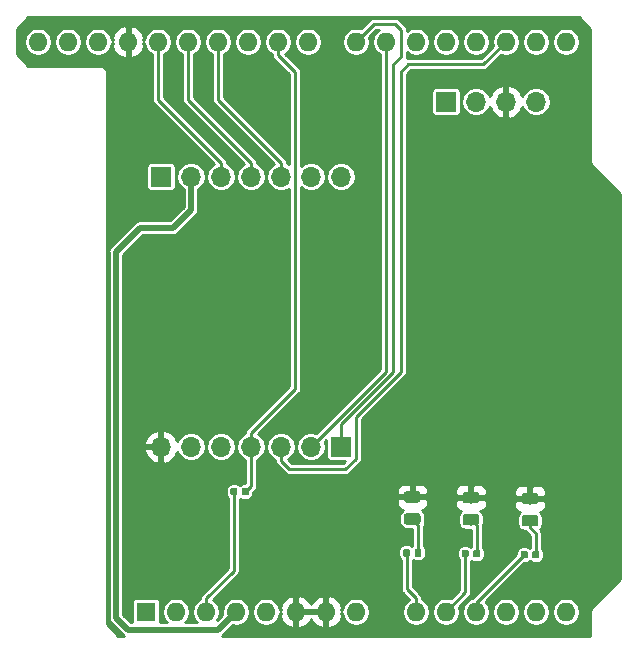
<source format=gbr>
G04 #@! TF.GenerationSoftware,KiCad,Pcbnew,5.0.2-bee76a0~70~ubuntu18.04.1*
G04 #@! TF.CreationDate,2019-01-17T16:48:38+08:00*
G04 #@! TF.ProjectId,inAir9B Shield,696e4169-7239-4422-9053-6869656c642e,rev?*
G04 #@! TF.SameCoordinates,Original*
G04 #@! TF.FileFunction,Copper,L1,Top*
G04 #@! TF.FilePolarity,Positive*
%FSLAX46Y46*%
G04 Gerber Fmt 4.6, Leading zero omitted, Abs format (unit mm)*
G04 Created by KiCad (PCBNEW 5.0.2-bee76a0~70~ubuntu18.04.1) date Thu Jan 17 16:48:38 2019*
%MOMM*%
%LPD*%
G01*
G04 APERTURE LIST*
G04 #@! TA.AperFunction,Conductor*
%ADD10C,0.100000*%
G04 #@! TD*
G04 #@! TA.AperFunction,SMDPad,CuDef*
%ADD11C,0.975000*%
G04 #@! TD*
G04 #@! TA.AperFunction,SMDPad,CuDef*
%ADD12C,0.590000*%
G04 #@! TD*
G04 #@! TA.AperFunction,ComponentPad*
%ADD13O,1.600000X1.600000*%
G04 #@! TD*
G04 #@! TA.AperFunction,ComponentPad*
%ADD14R,1.600000X1.600000*%
G04 #@! TD*
G04 #@! TA.AperFunction,ComponentPad*
%ADD15R,1.700000X1.700000*%
G04 #@! TD*
G04 #@! TA.AperFunction,ComponentPad*
%ADD16O,1.700000X1.700000*%
G04 #@! TD*
G04 #@! TA.AperFunction,ViaPad*
%ADD17C,0.800000*%
G04 #@! TD*
G04 #@! TA.AperFunction,Conductor*
%ADD18C,0.250000*%
G04 #@! TD*
G04 #@! TA.AperFunction,Conductor*
%ADD19C,0.500000*%
G04 #@! TD*
G04 #@! TA.AperFunction,Conductor*
%ADD20C,0.254000*%
G04 #@! TD*
G04 APERTURE END LIST*
D10*
G04 #@! TO.N,GND*
G04 #@! TO.C,D3*
G36*
X156182142Y-104240174D02*
X156205803Y-104243684D01*
X156229007Y-104249496D01*
X156251529Y-104257554D01*
X156273153Y-104267782D01*
X156293670Y-104280079D01*
X156312883Y-104294329D01*
X156330607Y-104310393D01*
X156346671Y-104328117D01*
X156360921Y-104347330D01*
X156373218Y-104367847D01*
X156383446Y-104389471D01*
X156391504Y-104411993D01*
X156397316Y-104435197D01*
X156400826Y-104458858D01*
X156402000Y-104482750D01*
X156402000Y-104970250D01*
X156400826Y-104994142D01*
X156397316Y-105017803D01*
X156391504Y-105041007D01*
X156383446Y-105063529D01*
X156373218Y-105085153D01*
X156360921Y-105105670D01*
X156346671Y-105124883D01*
X156330607Y-105142607D01*
X156312883Y-105158671D01*
X156293670Y-105172921D01*
X156273153Y-105185218D01*
X156251529Y-105195446D01*
X156229007Y-105203504D01*
X156205803Y-105209316D01*
X156182142Y-105212826D01*
X156158250Y-105214000D01*
X155245750Y-105214000D01*
X155221858Y-105212826D01*
X155198197Y-105209316D01*
X155174993Y-105203504D01*
X155152471Y-105195446D01*
X155130847Y-105185218D01*
X155110330Y-105172921D01*
X155091117Y-105158671D01*
X155073393Y-105142607D01*
X155057329Y-105124883D01*
X155043079Y-105105670D01*
X155030782Y-105085153D01*
X155020554Y-105063529D01*
X155012496Y-105041007D01*
X155006684Y-105017803D01*
X155003174Y-104994142D01*
X155002000Y-104970250D01*
X155002000Y-104482750D01*
X155003174Y-104458858D01*
X155006684Y-104435197D01*
X155012496Y-104411993D01*
X155020554Y-104389471D01*
X155030782Y-104367847D01*
X155043079Y-104347330D01*
X155057329Y-104328117D01*
X155073393Y-104310393D01*
X155091117Y-104294329D01*
X155110330Y-104280079D01*
X155130847Y-104267782D01*
X155152471Y-104257554D01*
X155174993Y-104249496D01*
X155198197Y-104243684D01*
X155221858Y-104240174D01*
X155245750Y-104239000D01*
X156158250Y-104239000D01*
X156182142Y-104240174D01*
X156182142Y-104240174D01*
G37*
D11*
G04 #@! TD*
G04 #@! TO.P,D3,1*
G04 #@! TO.N,GND*
X155702000Y-104726500D03*
D10*
G04 #@! TO.N,Net-(D3-Pad2)*
G04 #@! TO.C,D3*
G36*
X156182142Y-106115174D02*
X156205803Y-106118684D01*
X156229007Y-106124496D01*
X156251529Y-106132554D01*
X156273153Y-106142782D01*
X156293670Y-106155079D01*
X156312883Y-106169329D01*
X156330607Y-106185393D01*
X156346671Y-106203117D01*
X156360921Y-106222330D01*
X156373218Y-106242847D01*
X156383446Y-106264471D01*
X156391504Y-106286993D01*
X156397316Y-106310197D01*
X156400826Y-106333858D01*
X156402000Y-106357750D01*
X156402000Y-106845250D01*
X156400826Y-106869142D01*
X156397316Y-106892803D01*
X156391504Y-106916007D01*
X156383446Y-106938529D01*
X156373218Y-106960153D01*
X156360921Y-106980670D01*
X156346671Y-106999883D01*
X156330607Y-107017607D01*
X156312883Y-107033671D01*
X156293670Y-107047921D01*
X156273153Y-107060218D01*
X156251529Y-107070446D01*
X156229007Y-107078504D01*
X156205803Y-107084316D01*
X156182142Y-107087826D01*
X156158250Y-107089000D01*
X155245750Y-107089000D01*
X155221858Y-107087826D01*
X155198197Y-107084316D01*
X155174993Y-107078504D01*
X155152471Y-107070446D01*
X155130847Y-107060218D01*
X155110330Y-107047921D01*
X155091117Y-107033671D01*
X155073393Y-107017607D01*
X155057329Y-106999883D01*
X155043079Y-106980670D01*
X155030782Y-106960153D01*
X155020554Y-106938529D01*
X155012496Y-106916007D01*
X155006684Y-106892803D01*
X155003174Y-106869142D01*
X155002000Y-106845250D01*
X155002000Y-106357750D01*
X155003174Y-106333858D01*
X155006684Y-106310197D01*
X155012496Y-106286993D01*
X155020554Y-106264471D01*
X155030782Y-106242847D01*
X155043079Y-106222330D01*
X155057329Y-106203117D01*
X155073393Y-106185393D01*
X155091117Y-106169329D01*
X155110330Y-106155079D01*
X155130847Y-106142782D01*
X155152471Y-106132554D01*
X155174993Y-106124496D01*
X155198197Y-106118684D01*
X155221858Y-106115174D01*
X155245750Y-106114000D01*
X156158250Y-106114000D01*
X156182142Y-106115174D01*
X156182142Y-106115174D01*
G37*
D11*
G04 #@! TD*
G04 #@! TO.P,D3,2*
G04 #@! TO.N,Net-(D3-Pad2)*
X155702000Y-106601500D03*
D10*
G04 #@! TO.N,Net-(D3-Pad2)*
G04 #@! TO.C,R3*
G36*
X156348958Y-109154710D02*
X156363276Y-109156834D01*
X156377317Y-109160351D01*
X156390946Y-109165228D01*
X156404031Y-109171417D01*
X156416447Y-109178858D01*
X156428073Y-109187481D01*
X156438798Y-109197202D01*
X156448519Y-109207927D01*
X156457142Y-109219553D01*
X156464583Y-109231969D01*
X156470772Y-109245054D01*
X156475649Y-109258683D01*
X156479166Y-109272724D01*
X156481290Y-109287042D01*
X156482000Y-109301500D01*
X156482000Y-109646500D01*
X156481290Y-109660958D01*
X156479166Y-109675276D01*
X156475649Y-109689317D01*
X156470772Y-109702946D01*
X156464583Y-109716031D01*
X156457142Y-109728447D01*
X156448519Y-109740073D01*
X156438798Y-109750798D01*
X156428073Y-109760519D01*
X156416447Y-109769142D01*
X156404031Y-109776583D01*
X156390946Y-109782772D01*
X156377317Y-109787649D01*
X156363276Y-109791166D01*
X156348958Y-109793290D01*
X156334500Y-109794000D01*
X156039500Y-109794000D01*
X156025042Y-109793290D01*
X156010724Y-109791166D01*
X155996683Y-109787649D01*
X155983054Y-109782772D01*
X155969969Y-109776583D01*
X155957553Y-109769142D01*
X155945927Y-109760519D01*
X155935202Y-109750798D01*
X155925481Y-109740073D01*
X155916858Y-109728447D01*
X155909417Y-109716031D01*
X155903228Y-109702946D01*
X155898351Y-109689317D01*
X155894834Y-109675276D01*
X155892710Y-109660958D01*
X155892000Y-109646500D01*
X155892000Y-109301500D01*
X155892710Y-109287042D01*
X155894834Y-109272724D01*
X155898351Y-109258683D01*
X155903228Y-109245054D01*
X155909417Y-109231969D01*
X155916858Y-109219553D01*
X155925481Y-109207927D01*
X155935202Y-109197202D01*
X155945927Y-109187481D01*
X155957553Y-109178858D01*
X155969969Y-109171417D01*
X155983054Y-109165228D01*
X155996683Y-109160351D01*
X156010724Y-109156834D01*
X156025042Y-109154710D01*
X156039500Y-109154000D01*
X156334500Y-109154000D01*
X156348958Y-109154710D01*
X156348958Y-109154710D01*
G37*
D12*
G04 #@! TD*
G04 #@! TO.P,R3,1*
G04 #@! TO.N,Net-(D3-Pad2)*
X156187000Y-109474000D03*
D10*
G04 #@! TO.N,Net-(A1-Pad11)*
G04 #@! TO.C,R3*
G36*
X155378958Y-109154710D02*
X155393276Y-109156834D01*
X155407317Y-109160351D01*
X155420946Y-109165228D01*
X155434031Y-109171417D01*
X155446447Y-109178858D01*
X155458073Y-109187481D01*
X155468798Y-109197202D01*
X155478519Y-109207927D01*
X155487142Y-109219553D01*
X155494583Y-109231969D01*
X155500772Y-109245054D01*
X155505649Y-109258683D01*
X155509166Y-109272724D01*
X155511290Y-109287042D01*
X155512000Y-109301500D01*
X155512000Y-109646500D01*
X155511290Y-109660958D01*
X155509166Y-109675276D01*
X155505649Y-109689317D01*
X155500772Y-109702946D01*
X155494583Y-109716031D01*
X155487142Y-109728447D01*
X155478519Y-109740073D01*
X155468798Y-109750798D01*
X155458073Y-109760519D01*
X155446447Y-109769142D01*
X155434031Y-109776583D01*
X155420946Y-109782772D01*
X155407317Y-109787649D01*
X155393276Y-109791166D01*
X155378958Y-109793290D01*
X155364500Y-109794000D01*
X155069500Y-109794000D01*
X155055042Y-109793290D01*
X155040724Y-109791166D01*
X155026683Y-109787649D01*
X155013054Y-109782772D01*
X154999969Y-109776583D01*
X154987553Y-109769142D01*
X154975927Y-109760519D01*
X154965202Y-109750798D01*
X154955481Y-109740073D01*
X154946858Y-109728447D01*
X154939417Y-109716031D01*
X154933228Y-109702946D01*
X154928351Y-109689317D01*
X154924834Y-109675276D01*
X154922710Y-109660958D01*
X154922000Y-109646500D01*
X154922000Y-109301500D01*
X154922710Y-109287042D01*
X154924834Y-109272724D01*
X154928351Y-109258683D01*
X154933228Y-109245054D01*
X154939417Y-109231969D01*
X154946858Y-109219553D01*
X154955481Y-109207927D01*
X154965202Y-109197202D01*
X154975927Y-109187481D01*
X154987553Y-109178858D01*
X154999969Y-109171417D01*
X155013054Y-109165228D01*
X155026683Y-109160351D01*
X155040724Y-109156834D01*
X155055042Y-109154710D01*
X155069500Y-109154000D01*
X155364500Y-109154000D01*
X155378958Y-109154710D01*
X155378958Y-109154710D01*
G37*
D12*
G04 #@! TD*
G04 #@! TO.P,R3,2*
G04 #@! TO.N,Net-(A1-Pad11)*
X155217000Y-109474000D03*
D13*
G04 #@! TO.P,A1,32*
G04 #@! TO.N,Net-(A1-Pad32)*
X114050000Y-66040000D03*
G04 #@! TO.P,A1,31*
G04 #@! TO.N,Net-(A1-Pad31)*
X116590000Y-66040000D03*
D14*
G04 #@! TO.P,A1,1*
G04 #@! TO.N,Net-(A1-Pad1)*
X123190000Y-114300000D03*
D13*
G04 #@! TO.P,A1,17*
G04 #@! TO.N,/D0*
X153670000Y-66040000D03*
G04 #@! TO.P,A1,2*
G04 #@! TO.N,Net-(A1-Pad2)*
X125730000Y-114300000D03*
G04 #@! TO.P,A1,18*
G04 #@! TO.N,Net-(A1-Pad18)*
X151130000Y-66040000D03*
G04 #@! TO.P,A1,3*
G04 #@! TO.N,Net-(A1-Pad3)*
X128270000Y-114300000D03*
G04 #@! TO.P,A1,19*
G04 #@! TO.N,Net-(A1-Pad19)*
X148590000Y-66040000D03*
G04 #@! TO.P,A1,4*
G04 #@! TO.N,+3V3*
X130810000Y-114300000D03*
G04 #@! TO.P,A1,20*
G04 #@! TO.N,Net-(A1-Pad20)*
X146050000Y-66040000D03*
G04 #@! TO.P,A1,5*
G04 #@! TO.N,Net-(A1-Pad5)*
X133350000Y-114300000D03*
G04 #@! TO.P,A1,21*
G04 #@! TO.N,/D1*
X143510000Y-66040000D03*
G04 #@! TO.P,A1,6*
G04 #@! TO.N,GND*
X135890000Y-114300000D03*
G04 #@! TO.P,A1,22*
G04 #@! TO.N,/D2*
X140970000Y-66040000D03*
G04 #@! TO.P,A1,7*
G04 #@! TO.N,GND*
X138430000Y-114300000D03*
G04 #@! TO.P,A1,23*
G04 #@! TO.N,Net-(A1-Pad23)*
X136910000Y-66040000D03*
G04 #@! TO.P,A1,8*
G04 #@! TO.N,Net-(A1-Pad8)*
X140970000Y-114300000D03*
G04 #@! TO.P,A1,24*
G04 #@! TO.N,/RST*
X134370000Y-66040000D03*
G04 #@! TO.P,A1,9*
G04 #@! TO.N,Net-(A1-Pad9)*
X146050000Y-114300000D03*
G04 #@! TO.P,A1,25*
G04 #@! TO.N,/CS*
X131830000Y-66040000D03*
G04 #@! TO.P,A1,10*
G04 #@! TO.N,Net-(A1-Pad10)*
X148590000Y-114300000D03*
G04 #@! TO.P,A1,26*
G04 #@! TO.N,/MOSI*
X129290000Y-66040000D03*
G04 #@! TO.P,A1,11*
G04 #@! TO.N,Net-(A1-Pad11)*
X151130000Y-114300000D03*
G04 #@! TO.P,A1,27*
G04 #@! TO.N,/MISO*
X126750000Y-66040000D03*
G04 #@! TO.P,A1,12*
G04 #@! TO.N,Net-(A1-Pad12)*
X153670000Y-114300000D03*
G04 #@! TO.P,A1,28*
G04 #@! TO.N,/SCK*
X124210000Y-66040000D03*
G04 #@! TO.P,A1,13*
G04 #@! TO.N,Net-(A1-Pad13)*
X156210000Y-114300000D03*
G04 #@! TO.P,A1,29*
G04 #@! TO.N,GND*
X121670000Y-66040000D03*
G04 #@! TO.P,A1,14*
G04 #@! TO.N,Net-(A1-Pad14)*
X158750000Y-114300000D03*
G04 #@! TO.P,A1,30*
G04 #@! TO.N,Net-(A1-Pad30)*
X119130000Y-66040000D03*
G04 #@! TO.P,A1,15*
G04 #@! TO.N,Net-(A1-Pad15)*
X158750000Y-66040000D03*
G04 #@! TO.P,A1,16*
G04 #@! TO.N,Net-(A1-Pad16)*
X156210000Y-66040000D03*
G04 #@! TD*
D10*
G04 #@! TO.N,GND*
G04 #@! TO.C,D1*
G36*
X146216030Y-104090005D02*
X146239691Y-104093515D01*
X146262895Y-104099327D01*
X146285417Y-104107385D01*
X146307041Y-104117613D01*
X146327558Y-104129910D01*
X146346771Y-104144160D01*
X146364495Y-104160224D01*
X146380559Y-104177948D01*
X146394809Y-104197161D01*
X146407106Y-104217678D01*
X146417334Y-104239302D01*
X146425392Y-104261824D01*
X146431204Y-104285028D01*
X146434714Y-104308689D01*
X146435888Y-104332581D01*
X146435888Y-104820081D01*
X146434714Y-104843973D01*
X146431204Y-104867634D01*
X146425392Y-104890838D01*
X146417334Y-104913360D01*
X146407106Y-104934984D01*
X146394809Y-104955501D01*
X146380559Y-104974714D01*
X146364495Y-104992438D01*
X146346771Y-105008502D01*
X146327558Y-105022752D01*
X146307041Y-105035049D01*
X146285417Y-105045277D01*
X146262895Y-105053335D01*
X146239691Y-105059147D01*
X146216030Y-105062657D01*
X146192138Y-105063831D01*
X145279638Y-105063831D01*
X145255746Y-105062657D01*
X145232085Y-105059147D01*
X145208881Y-105053335D01*
X145186359Y-105045277D01*
X145164735Y-105035049D01*
X145144218Y-105022752D01*
X145125005Y-105008502D01*
X145107281Y-104992438D01*
X145091217Y-104974714D01*
X145076967Y-104955501D01*
X145064670Y-104934984D01*
X145054442Y-104913360D01*
X145046384Y-104890838D01*
X145040572Y-104867634D01*
X145037062Y-104843973D01*
X145035888Y-104820081D01*
X145035888Y-104332581D01*
X145037062Y-104308689D01*
X145040572Y-104285028D01*
X145046384Y-104261824D01*
X145054442Y-104239302D01*
X145064670Y-104217678D01*
X145076967Y-104197161D01*
X145091217Y-104177948D01*
X145107281Y-104160224D01*
X145125005Y-104144160D01*
X145144218Y-104129910D01*
X145164735Y-104117613D01*
X145186359Y-104107385D01*
X145208881Y-104099327D01*
X145232085Y-104093515D01*
X145255746Y-104090005D01*
X145279638Y-104088831D01*
X146192138Y-104088831D01*
X146216030Y-104090005D01*
X146216030Y-104090005D01*
G37*
D11*
G04 #@! TD*
G04 #@! TO.P,D1,1*
G04 #@! TO.N,GND*
X145735888Y-104576331D03*
D10*
G04 #@! TO.N,Net-(D1-Pad2)*
G04 #@! TO.C,D1*
G36*
X146216030Y-105965005D02*
X146239691Y-105968515D01*
X146262895Y-105974327D01*
X146285417Y-105982385D01*
X146307041Y-105992613D01*
X146327558Y-106004910D01*
X146346771Y-106019160D01*
X146364495Y-106035224D01*
X146380559Y-106052948D01*
X146394809Y-106072161D01*
X146407106Y-106092678D01*
X146417334Y-106114302D01*
X146425392Y-106136824D01*
X146431204Y-106160028D01*
X146434714Y-106183689D01*
X146435888Y-106207581D01*
X146435888Y-106695081D01*
X146434714Y-106718973D01*
X146431204Y-106742634D01*
X146425392Y-106765838D01*
X146417334Y-106788360D01*
X146407106Y-106809984D01*
X146394809Y-106830501D01*
X146380559Y-106849714D01*
X146364495Y-106867438D01*
X146346771Y-106883502D01*
X146327558Y-106897752D01*
X146307041Y-106910049D01*
X146285417Y-106920277D01*
X146262895Y-106928335D01*
X146239691Y-106934147D01*
X146216030Y-106937657D01*
X146192138Y-106938831D01*
X145279638Y-106938831D01*
X145255746Y-106937657D01*
X145232085Y-106934147D01*
X145208881Y-106928335D01*
X145186359Y-106920277D01*
X145164735Y-106910049D01*
X145144218Y-106897752D01*
X145125005Y-106883502D01*
X145107281Y-106867438D01*
X145091217Y-106849714D01*
X145076967Y-106830501D01*
X145064670Y-106809984D01*
X145054442Y-106788360D01*
X145046384Y-106765838D01*
X145040572Y-106742634D01*
X145037062Y-106718973D01*
X145035888Y-106695081D01*
X145035888Y-106207581D01*
X145037062Y-106183689D01*
X145040572Y-106160028D01*
X145046384Y-106136824D01*
X145054442Y-106114302D01*
X145064670Y-106092678D01*
X145076967Y-106072161D01*
X145091217Y-106052948D01*
X145107281Y-106035224D01*
X145125005Y-106019160D01*
X145144218Y-106004910D01*
X145164735Y-105992613D01*
X145186359Y-105982385D01*
X145208881Y-105974327D01*
X145232085Y-105968515D01*
X145255746Y-105965005D01*
X145279638Y-105963831D01*
X146192138Y-105963831D01*
X146216030Y-105965005D01*
X146216030Y-105965005D01*
G37*
D11*
G04 #@! TD*
G04 #@! TO.P,D1,2*
G04 #@! TO.N,Net-(D1-Pad2)*
X145735888Y-106451331D03*
D10*
G04 #@! TO.N,Net-(D2-Pad2)*
G04 #@! TO.C,D2*
G36*
X151177150Y-106031217D02*
X151200811Y-106034727D01*
X151224015Y-106040539D01*
X151246537Y-106048597D01*
X151268161Y-106058825D01*
X151288678Y-106071122D01*
X151307891Y-106085372D01*
X151325615Y-106101436D01*
X151341679Y-106119160D01*
X151355929Y-106138373D01*
X151368226Y-106158890D01*
X151378454Y-106180514D01*
X151386512Y-106203036D01*
X151392324Y-106226240D01*
X151395834Y-106249901D01*
X151397008Y-106273793D01*
X151397008Y-106761293D01*
X151395834Y-106785185D01*
X151392324Y-106808846D01*
X151386512Y-106832050D01*
X151378454Y-106854572D01*
X151368226Y-106876196D01*
X151355929Y-106896713D01*
X151341679Y-106915926D01*
X151325615Y-106933650D01*
X151307891Y-106949714D01*
X151288678Y-106963964D01*
X151268161Y-106976261D01*
X151246537Y-106986489D01*
X151224015Y-106994547D01*
X151200811Y-107000359D01*
X151177150Y-107003869D01*
X151153258Y-107005043D01*
X150240758Y-107005043D01*
X150216866Y-107003869D01*
X150193205Y-107000359D01*
X150170001Y-106994547D01*
X150147479Y-106986489D01*
X150125855Y-106976261D01*
X150105338Y-106963964D01*
X150086125Y-106949714D01*
X150068401Y-106933650D01*
X150052337Y-106915926D01*
X150038087Y-106896713D01*
X150025790Y-106876196D01*
X150015562Y-106854572D01*
X150007504Y-106832050D01*
X150001692Y-106808846D01*
X149998182Y-106785185D01*
X149997008Y-106761293D01*
X149997008Y-106273793D01*
X149998182Y-106249901D01*
X150001692Y-106226240D01*
X150007504Y-106203036D01*
X150015562Y-106180514D01*
X150025790Y-106158890D01*
X150038087Y-106138373D01*
X150052337Y-106119160D01*
X150068401Y-106101436D01*
X150086125Y-106085372D01*
X150105338Y-106071122D01*
X150125855Y-106058825D01*
X150147479Y-106048597D01*
X150170001Y-106040539D01*
X150193205Y-106034727D01*
X150216866Y-106031217D01*
X150240758Y-106030043D01*
X151153258Y-106030043D01*
X151177150Y-106031217D01*
X151177150Y-106031217D01*
G37*
D11*
G04 #@! TD*
G04 #@! TO.P,D2,2*
G04 #@! TO.N,Net-(D2-Pad2)*
X150697008Y-106517543D03*
D10*
G04 #@! TO.N,GND*
G04 #@! TO.C,D2*
G36*
X151177150Y-104156217D02*
X151200811Y-104159727D01*
X151224015Y-104165539D01*
X151246537Y-104173597D01*
X151268161Y-104183825D01*
X151288678Y-104196122D01*
X151307891Y-104210372D01*
X151325615Y-104226436D01*
X151341679Y-104244160D01*
X151355929Y-104263373D01*
X151368226Y-104283890D01*
X151378454Y-104305514D01*
X151386512Y-104328036D01*
X151392324Y-104351240D01*
X151395834Y-104374901D01*
X151397008Y-104398793D01*
X151397008Y-104886293D01*
X151395834Y-104910185D01*
X151392324Y-104933846D01*
X151386512Y-104957050D01*
X151378454Y-104979572D01*
X151368226Y-105001196D01*
X151355929Y-105021713D01*
X151341679Y-105040926D01*
X151325615Y-105058650D01*
X151307891Y-105074714D01*
X151288678Y-105088964D01*
X151268161Y-105101261D01*
X151246537Y-105111489D01*
X151224015Y-105119547D01*
X151200811Y-105125359D01*
X151177150Y-105128869D01*
X151153258Y-105130043D01*
X150240758Y-105130043D01*
X150216866Y-105128869D01*
X150193205Y-105125359D01*
X150170001Y-105119547D01*
X150147479Y-105111489D01*
X150125855Y-105101261D01*
X150105338Y-105088964D01*
X150086125Y-105074714D01*
X150068401Y-105058650D01*
X150052337Y-105040926D01*
X150038087Y-105021713D01*
X150025790Y-105001196D01*
X150015562Y-104979572D01*
X150007504Y-104957050D01*
X150001692Y-104933846D01*
X149998182Y-104910185D01*
X149997008Y-104886293D01*
X149997008Y-104398793D01*
X149998182Y-104374901D01*
X150001692Y-104351240D01*
X150007504Y-104328036D01*
X150015562Y-104305514D01*
X150025790Y-104283890D01*
X150038087Y-104263373D01*
X150052337Y-104244160D01*
X150068401Y-104226436D01*
X150086125Y-104210372D01*
X150105338Y-104196122D01*
X150125855Y-104183825D01*
X150147479Y-104173597D01*
X150170001Y-104165539D01*
X150193205Y-104159727D01*
X150216866Y-104156217D01*
X150240758Y-104155043D01*
X151153258Y-104155043D01*
X151177150Y-104156217D01*
X151177150Y-104156217D01*
G37*
D11*
G04 #@! TD*
G04 #@! TO.P,D2,1*
G04 #@! TO.N,GND*
X150697008Y-104642543D03*
D15*
G04 #@! TO.P,J1,1*
G04 #@! TO.N,Net-(A1-Pad16)*
X148590000Y-71120000D03*
D16*
G04 #@! TO.P,J1,2*
G04 #@! TO.N,Net-(A1-Pad15)*
X151130000Y-71120000D03*
G04 #@! TO.P,J1,3*
G04 #@! TO.N,GND*
X153670000Y-71120000D03*
G04 #@! TO.P,J1,4*
G04 #@! TO.N,+3V3*
X156210000Y-71120000D03*
G04 #@! TD*
G04 #@! TO.P,J2,7*
G04 #@! TO.N,GND*
X124460000Y-100330000D03*
G04 #@! TO.P,J2,6*
G04 #@! TO.N,/CS*
X127000000Y-100330000D03*
G04 #@! TO.P,J2,5*
G04 #@! TO.N,Net-(J2-Pad5)*
X129540000Y-100330000D03*
G04 #@! TO.P,J2,4*
G04 #@! TO.N,/RST*
X132080000Y-100330000D03*
G04 #@! TO.P,J2,3*
G04 #@! TO.N,/D0*
X134620000Y-100330000D03*
G04 #@! TO.P,J2,2*
G04 #@! TO.N,/D1*
X137160000Y-100330000D03*
D15*
G04 #@! TO.P,J2,1*
G04 #@! TO.N,/D2*
X139700000Y-100330000D03*
G04 #@! TD*
G04 #@! TO.P,J3,1*
G04 #@! TO.N,Net-(J3-Pad1)*
X124460000Y-77470000D03*
D16*
G04 #@! TO.P,J3,2*
G04 #@! TO.N,+3V3*
X127000000Y-77470000D03*
G04 #@! TO.P,J3,3*
G04 #@! TO.N,/SCK*
X129540000Y-77470000D03*
G04 #@! TO.P,J3,4*
G04 #@! TO.N,/MISO*
X132080000Y-77470000D03*
G04 #@! TO.P,J3,5*
G04 #@! TO.N,/MOSI*
X134620000Y-77470000D03*
G04 #@! TO.P,J3,6*
G04 #@! TO.N,Net-(J3-Pad6)*
X137160000Y-77470000D03*
G04 #@! TO.P,J3,7*
G04 #@! TO.N,Net-(J3-Pad7)*
X139700000Y-77470000D03*
G04 #@! TD*
D10*
G04 #@! TO.N,Net-(D1-Pad2)*
G04 #@! TO.C,R1*
G36*
X146382846Y-109004541D02*
X146397164Y-109006665D01*
X146411205Y-109010182D01*
X146424834Y-109015059D01*
X146437919Y-109021248D01*
X146450335Y-109028689D01*
X146461961Y-109037312D01*
X146472686Y-109047033D01*
X146482407Y-109057758D01*
X146491030Y-109069384D01*
X146498471Y-109081800D01*
X146504660Y-109094885D01*
X146509537Y-109108514D01*
X146513054Y-109122555D01*
X146515178Y-109136873D01*
X146515888Y-109151331D01*
X146515888Y-109496331D01*
X146515178Y-109510789D01*
X146513054Y-109525107D01*
X146509537Y-109539148D01*
X146504660Y-109552777D01*
X146498471Y-109565862D01*
X146491030Y-109578278D01*
X146482407Y-109589904D01*
X146472686Y-109600629D01*
X146461961Y-109610350D01*
X146450335Y-109618973D01*
X146437919Y-109626414D01*
X146424834Y-109632603D01*
X146411205Y-109637480D01*
X146397164Y-109640997D01*
X146382846Y-109643121D01*
X146368388Y-109643831D01*
X146073388Y-109643831D01*
X146058930Y-109643121D01*
X146044612Y-109640997D01*
X146030571Y-109637480D01*
X146016942Y-109632603D01*
X146003857Y-109626414D01*
X145991441Y-109618973D01*
X145979815Y-109610350D01*
X145969090Y-109600629D01*
X145959369Y-109589904D01*
X145950746Y-109578278D01*
X145943305Y-109565862D01*
X145937116Y-109552777D01*
X145932239Y-109539148D01*
X145928722Y-109525107D01*
X145926598Y-109510789D01*
X145925888Y-109496331D01*
X145925888Y-109151331D01*
X145926598Y-109136873D01*
X145928722Y-109122555D01*
X145932239Y-109108514D01*
X145937116Y-109094885D01*
X145943305Y-109081800D01*
X145950746Y-109069384D01*
X145959369Y-109057758D01*
X145969090Y-109047033D01*
X145979815Y-109037312D01*
X145991441Y-109028689D01*
X146003857Y-109021248D01*
X146016942Y-109015059D01*
X146030571Y-109010182D01*
X146044612Y-109006665D01*
X146058930Y-109004541D01*
X146073388Y-109003831D01*
X146368388Y-109003831D01*
X146382846Y-109004541D01*
X146382846Y-109004541D01*
G37*
D12*
G04 #@! TD*
G04 #@! TO.P,R1,1*
G04 #@! TO.N,Net-(D1-Pad2)*
X146220888Y-109323831D03*
D10*
G04 #@! TO.N,Net-(A1-Pad9)*
G04 #@! TO.C,R1*
G36*
X145412846Y-109004541D02*
X145427164Y-109006665D01*
X145441205Y-109010182D01*
X145454834Y-109015059D01*
X145467919Y-109021248D01*
X145480335Y-109028689D01*
X145491961Y-109037312D01*
X145502686Y-109047033D01*
X145512407Y-109057758D01*
X145521030Y-109069384D01*
X145528471Y-109081800D01*
X145534660Y-109094885D01*
X145539537Y-109108514D01*
X145543054Y-109122555D01*
X145545178Y-109136873D01*
X145545888Y-109151331D01*
X145545888Y-109496331D01*
X145545178Y-109510789D01*
X145543054Y-109525107D01*
X145539537Y-109539148D01*
X145534660Y-109552777D01*
X145528471Y-109565862D01*
X145521030Y-109578278D01*
X145512407Y-109589904D01*
X145502686Y-109600629D01*
X145491961Y-109610350D01*
X145480335Y-109618973D01*
X145467919Y-109626414D01*
X145454834Y-109632603D01*
X145441205Y-109637480D01*
X145427164Y-109640997D01*
X145412846Y-109643121D01*
X145398388Y-109643831D01*
X145103388Y-109643831D01*
X145088930Y-109643121D01*
X145074612Y-109640997D01*
X145060571Y-109637480D01*
X145046942Y-109632603D01*
X145033857Y-109626414D01*
X145021441Y-109618973D01*
X145009815Y-109610350D01*
X144999090Y-109600629D01*
X144989369Y-109589904D01*
X144980746Y-109578278D01*
X144973305Y-109565862D01*
X144967116Y-109552777D01*
X144962239Y-109539148D01*
X144958722Y-109525107D01*
X144956598Y-109510789D01*
X144955888Y-109496331D01*
X144955888Y-109151331D01*
X144956598Y-109136873D01*
X144958722Y-109122555D01*
X144962239Y-109108514D01*
X144967116Y-109094885D01*
X144973305Y-109081800D01*
X144980746Y-109069384D01*
X144989369Y-109057758D01*
X144999090Y-109047033D01*
X145009815Y-109037312D01*
X145021441Y-109028689D01*
X145033857Y-109021248D01*
X145046942Y-109015059D01*
X145060571Y-109010182D01*
X145074612Y-109006665D01*
X145088930Y-109004541D01*
X145103388Y-109003831D01*
X145398388Y-109003831D01*
X145412846Y-109004541D01*
X145412846Y-109004541D01*
G37*
D12*
G04 #@! TD*
G04 #@! TO.P,R1,2*
G04 #@! TO.N,Net-(A1-Pad9)*
X145250888Y-109323831D03*
D10*
G04 #@! TO.N,Net-(A1-Pad10)*
G04 #@! TO.C,R2*
G36*
X150373966Y-109070753D02*
X150388284Y-109072877D01*
X150402325Y-109076394D01*
X150415954Y-109081271D01*
X150429039Y-109087460D01*
X150441455Y-109094901D01*
X150453081Y-109103524D01*
X150463806Y-109113245D01*
X150473527Y-109123970D01*
X150482150Y-109135596D01*
X150489591Y-109148012D01*
X150495780Y-109161097D01*
X150500657Y-109174726D01*
X150504174Y-109188767D01*
X150506298Y-109203085D01*
X150507008Y-109217543D01*
X150507008Y-109562543D01*
X150506298Y-109577001D01*
X150504174Y-109591319D01*
X150500657Y-109605360D01*
X150495780Y-109618989D01*
X150489591Y-109632074D01*
X150482150Y-109644490D01*
X150473527Y-109656116D01*
X150463806Y-109666841D01*
X150453081Y-109676562D01*
X150441455Y-109685185D01*
X150429039Y-109692626D01*
X150415954Y-109698815D01*
X150402325Y-109703692D01*
X150388284Y-109707209D01*
X150373966Y-109709333D01*
X150359508Y-109710043D01*
X150064508Y-109710043D01*
X150050050Y-109709333D01*
X150035732Y-109707209D01*
X150021691Y-109703692D01*
X150008062Y-109698815D01*
X149994977Y-109692626D01*
X149982561Y-109685185D01*
X149970935Y-109676562D01*
X149960210Y-109666841D01*
X149950489Y-109656116D01*
X149941866Y-109644490D01*
X149934425Y-109632074D01*
X149928236Y-109618989D01*
X149923359Y-109605360D01*
X149919842Y-109591319D01*
X149917718Y-109577001D01*
X149917008Y-109562543D01*
X149917008Y-109217543D01*
X149917718Y-109203085D01*
X149919842Y-109188767D01*
X149923359Y-109174726D01*
X149928236Y-109161097D01*
X149934425Y-109148012D01*
X149941866Y-109135596D01*
X149950489Y-109123970D01*
X149960210Y-109113245D01*
X149970935Y-109103524D01*
X149982561Y-109094901D01*
X149994977Y-109087460D01*
X150008062Y-109081271D01*
X150021691Y-109076394D01*
X150035732Y-109072877D01*
X150050050Y-109070753D01*
X150064508Y-109070043D01*
X150359508Y-109070043D01*
X150373966Y-109070753D01*
X150373966Y-109070753D01*
G37*
D12*
G04 #@! TD*
G04 #@! TO.P,R2,2*
G04 #@! TO.N,Net-(A1-Pad10)*
X150212008Y-109390043D03*
D10*
G04 #@! TO.N,Net-(D2-Pad2)*
G04 #@! TO.C,R2*
G36*
X151343966Y-109070753D02*
X151358284Y-109072877D01*
X151372325Y-109076394D01*
X151385954Y-109081271D01*
X151399039Y-109087460D01*
X151411455Y-109094901D01*
X151423081Y-109103524D01*
X151433806Y-109113245D01*
X151443527Y-109123970D01*
X151452150Y-109135596D01*
X151459591Y-109148012D01*
X151465780Y-109161097D01*
X151470657Y-109174726D01*
X151474174Y-109188767D01*
X151476298Y-109203085D01*
X151477008Y-109217543D01*
X151477008Y-109562543D01*
X151476298Y-109577001D01*
X151474174Y-109591319D01*
X151470657Y-109605360D01*
X151465780Y-109618989D01*
X151459591Y-109632074D01*
X151452150Y-109644490D01*
X151443527Y-109656116D01*
X151433806Y-109666841D01*
X151423081Y-109676562D01*
X151411455Y-109685185D01*
X151399039Y-109692626D01*
X151385954Y-109698815D01*
X151372325Y-109703692D01*
X151358284Y-109707209D01*
X151343966Y-109709333D01*
X151329508Y-109710043D01*
X151034508Y-109710043D01*
X151020050Y-109709333D01*
X151005732Y-109707209D01*
X150991691Y-109703692D01*
X150978062Y-109698815D01*
X150964977Y-109692626D01*
X150952561Y-109685185D01*
X150940935Y-109676562D01*
X150930210Y-109666841D01*
X150920489Y-109656116D01*
X150911866Y-109644490D01*
X150904425Y-109632074D01*
X150898236Y-109618989D01*
X150893359Y-109605360D01*
X150889842Y-109591319D01*
X150887718Y-109577001D01*
X150887008Y-109562543D01*
X150887008Y-109217543D01*
X150887718Y-109203085D01*
X150889842Y-109188767D01*
X150893359Y-109174726D01*
X150898236Y-109161097D01*
X150904425Y-109148012D01*
X150911866Y-109135596D01*
X150920489Y-109123970D01*
X150930210Y-109113245D01*
X150940935Y-109103524D01*
X150952561Y-109094901D01*
X150964977Y-109087460D01*
X150978062Y-109081271D01*
X150991691Y-109076394D01*
X151005732Y-109072877D01*
X151020050Y-109070753D01*
X151034508Y-109070043D01*
X151329508Y-109070043D01*
X151343966Y-109070753D01*
X151343966Y-109070753D01*
G37*
D12*
G04 #@! TD*
G04 #@! TO.P,R2,1*
G04 #@! TO.N,Net-(D2-Pad2)*
X151182008Y-109390043D03*
D10*
G04 #@! TO.N,/RST*
G04 #@! TO.C,R4*
G36*
X131756958Y-103820710D02*
X131771276Y-103822834D01*
X131785317Y-103826351D01*
X131798946Y-103831228D01*
X131812031Y-103837417D01*
X131824447Y-103844858D01*
X131836073Y-103853481D01*
X131846798Y-103863202D01*
X131856519Y-103873927D01*
X131865142Y-103885553D01*
X131872583Y-103897969D01*
X131878772Y-103911054D01*
X131883649Y-103924683D01*
X131887166Y-103938724D01*
X131889290Y-103953042D01*
X131890000Y-103967500D01*
X131890000Y-104312500D01*
X131889290Y-104326958D01*
X131887166Y-104341276D01*
X131883649Y-104355317D01*
X131878772Y-104368946D01*
X131872583Y-104382031D01*
X131865142Y-104394447D01*
X131856519Y-104406073D01*
X131846798Y-104416798D01*
X131836073Y-104426519D01*
X131824447Y-104435142D01*
X131812031Y-104442583D01*
X131798946Y-104448772D01*
X131785317Y-104453649D01*
X131771276Y-104457166D01*
X131756958Y-104459290D01*
X131742500Y-104460000D01*
X131447500Y-104460000D01*
X131433042Y-104459290D01*
X131418724Y-104457166D01*
X131404683Y-104453649D01*
X131391054Y-104448772D01*
X131377969Y-104442583D01*
X131365553Y-104435142D01*
X131353927Y-104426519D01*
X131343202Y-104416798D01*
X131333481Y-104406073D01*
X131324858Y-104394447D01*
X131317417Y-104382031D01*
X131311228Y-104368946D01*
X131306351Y-104355317D01*
X131302834Y-104341276D01*
X131300710Y-104326958D01*
X131300000Y-104312500D01*
X131300000Y-103967500D01*
X131300710Y-103953042D01*
X131302834Y-103938724D01*
X131306351Y-103924683D01*
X131311228Y-103911054D01*
X131317417Y-103897969D01*
X131324858Y-103885553D01*
X131333481Y-103873927D01*
X131343202Y-103863202D01*
X131353927Y-103853481D01*
X131365553Y-103844858D01*
X131377969Y-103837417D01*
X131391054Y-103831228D01*
X131404683Y-103826351D01*
X131418724Y-103822834D01*
X131433042Y-103820710D01*
X131447500Y-103820000D01*
X131742500Y-103820000D01*
X131756958Y-103820710D01*
X131756958Y-103820710D01*
G37*
D12*
G04 #@! TD*
G04 #@! TO.P,R4,2*
G04 #@! TO.N,/RST*
X131595000Y-104140000D03*
D10*
G04 #@! TO.N,Net-(A1-Pad3)*
G04 #@! TO.C,R4*
G36*
X130786958Y-103820710D02*
X130801276Y-103822834D01*
X130815317Y-103826351D01*
X130828946Y-103831228D01*
X130842031Y-103837417D01*
X130854447Y-103844858D01*
X130866073Y-103853481D01*
X130876798Y-103863202D01*
X130886519Y-103873927D01*
X130895142Y-103885553D01*
X130902583Y-103897969D01*
X130908772Y-103911054D01*
X130913649Y-103924683D01*
X130917166Y-103938724D01*
X130919290Y-103953042D01*
X130920000Y-103967500D01*
X130920000Y-104312500D01*
X130919290Y-104326958D01*
X130917166Y-104341276D01*
X130913649Y-104355317D01*
X130908772Y-104368946D01*
X130902583Y-104382031D01*
X130895142Y-104394447D01*
X130886519Y-104406073D01*
X130876798Y-104416798D01*
X130866073Y-104426519D01*
X130854447Y-104435142D01*
X130842031Y-104442583D01*
X130828946Y-104448772D01*
X130815317Y-104453649D01*
X130801276Y-104457166D01*
X130786958Y-104459290D01*
X130772500Y-104460000D01*
X130477500Y-104460000D01*
X130463042Y-104459290D01*
X130448724Y-104457166D01*
X130434683Y-104453649D01*
X130421054Y-104448772D01*
X130407969Y-104442583D01*
X130395553Y-104435142D01*
X130383927Y-104426519D01*
X130373202Y-104416798D01*
X130363481Y-104406073D01*
X130354858Y-104394447D01*
X130347417Y-104382031D01*
X130341228Y-104368946D01*
X130336351Y-104355317D01*
X130332834Y-104341276D01*
X130330710Y-104326958D01*
X130330000Y-104312500D01*
X130330000Y-103967500D01*
X130330710Y-103953042D01*
X130332834Y-103938724D01*
X130336351Y-103924683D01*
X130341228Y-103911054D01*
X130347417Y-103897969D01*
X130354858Y-103885553D01*
X130363481Y-103873927D01*
X130373202Y-103863202D01*
X130383927Y-103853481D01*
X130395553Y-103844858D01*
X130407969Y-103837417D01*
X130421054Y-103831228D01*
X130434683Y-103826351D01*
X130448724Y-103822834D01*
X130463042Y-103820710D01*
X130477500Y-103820000D01*
X130772500Y-103820000D01*
X130786958Y-103820710D01*
X130786958Y-103820710D01*
G37*
D12*
G04 #@! TD*
G04 #@! TO.P,R4,1*
G04 #@! TO.N,Net-(A1-Pad3)*
X130625000Y-104140000D03*
D17*
G04 #@! TO.N,GND*
X137160000Y-87630000D03*
X139700000Y-87630000D03*
X142240000Y-87630000D03*
X137160000Y-72390000D03*
X149860000Y-75946000D03*
X139700000Y-72390000D03*
X154940000Y-74930000D03*
G04 #@! TD*
D18*
G04 #@! TO.N,/D2*
X144272000Y-64516000D02*
X142494000Y-64516000D01*
X142494000Y-64516000D02*
X140970000Y-66040000D01*
X139700000Y-98426410D02*
X144145000Y-93981410D01*
X139700000Y-100330000D02*
X139700000Y-98426410D01*
X144145000Y-67945000D02*
X144780000Y-67310000D01*
X144780000Y-67310000D02*
X144780000Y-65024000D01*
X144145000Y-93981410D02*
X144145000Y-67945000D01*
X144780000Y-65024000D02*
X144272000Y-64516000D01*
G04 #@! TO.N,/D1*
X143510000Y-93980000D02*
X143510000Y-66040000D01*
X137160000Y-100330000D02*
X143510000Y-93980000D01*
G04 #@! TO.N,Net-(A1-Pad3)*
X130625000Y-104140000D02*
X130625000Y-110820000D01*
X130625000Y-110820000D02*
X128270000Y-113175000D01*
X128270000Y-113175000D02*
X128270000Y-114300000D01*
D19*
G04 #@! TO.N,+3V3*
X127000000Y-80264000D02*
X127000000Y-77470000D01*
X125476000Y-81788000D02*
X127000000Y-80264000D01*
X129286000Y-115824000D02*
X121666000Y-115824000D01*
X130810000Y-114300000D02*
X129286000Y-115824000D01*
X121666000Y-115824000D02*
X120650000Y-114808000D01*
X120650000Y-83820000D02*
X122682000Y-81788000D01*
X120650000Y-114808000D02*
X120650000Y-83820000D01*
X122682000Y-81788000D02*
X125476000Y-81788000D01*
D18*
G04 #@! TO.N,/RST*
X131595000Y-104140000D02*
X132080000Y-103655000D01*
X132080000Y-103655000D02*
X132080000Y-100330000D01*
X132080000Y-100330000D02*
X132080000Y-99154700D01*
X132080000Y-99154700D02*
X135801000Y-95433500D01*
X135801000Y-95433500D02*
X135801000Y-68596500D01*
X135801000Y-68596500D02*
X134370000Y-67165300D01*
X134370000Y-67165300D02*
X134370000Y-66040000D01*
G04 #@! TO.N,Net-(A1-Pad9)*
X145250888Y-109743831D02*
X145250888Y-109323831D01*
X145250888Y-112369518D02*
X145250888Y-109743831D01*
X146050000Y-113168630D02*
X145250888Y-112369518D01*
X146050000Y-114300000D02*
X146050000Y-113168630D01*
G04 #@! TO.N,Net-(A1-Pad10)*
X150212008Y-112677992D02*
X148590000Y-114300000D01*
X150212008Y-109390043D02*
X150212008Y-112677992D01*
G04 #@! TO.N,/MOSI*
X134620000Y-77470000D02*
X134620000Y-76294700D01*
X134620000Y-76294700D02*
X129290000Y-70964700D01*
X129290000Y-70964700D02*
X129290000Y-66040000D01*
G04 #@! TO.N,Net-(A1-Pad11)*
X151130000Y-113561000D02*
X151130000Y-114300000D01*
X155217000Y-109474000D02*
X151130000Y-113561000D01*
G04 #@! TO.N,/MISO*
X132080000Y-77470000D02*
X132080000Y-76294700D01*
X132080000Y-76294700D02*
X126750000Y-70964700D01*
X126750000Y-70964700D02*
X126750000Y-66040000D01*
G04 #@! TO.N,/SCK*
X129540000Y-77470000D02*
X129540000Y-76294700D01*
X129540000Y-76294700D02*
X124210000Y-70964700D01*
X124210000Y-70964700D02*
X124210000Y-66040000D01*
G04 #@! TO.N,Net-(D1-Pad2)*
X145735888Y-106451331D02*
X145978388Y-106693831D01*
X146220888Y-109323831D02*
X146220888Y-106935831D01*
X146220888Y-106935831D02*
X145978388Y-106693831D01*
G04 #@! TO.N,Net-(D2-Pad2)*
X150697008Y-106517543D02*
X150939508Y-106760043D01*
X151182008Y-109390043D02*
X151182008Y-107002043D01*
X151182008Y-107002043D02*
X150939508Y-106760043D01*
G04 #@! TO.N,Net-(D3-Pad2)*
X156187000Y-109054000D02*
X156187000Y-109474000D01*
X156187000Y-107674000D02*
X156187000Y-109054000D01*
X155702000Y-107189000D02*
X156187000Y-107674000D01*
X155702000Y-106601500D02*
X155702000Y-107189000D01*
G04 #@! TO.N,/D0*
X134620000Y-101532081D02*
X135322919Y-102235000D01*
X134620000Y-100330000D02*
X134620000Y-101532081D01*
X135322919Y-102235000D02*
X140080002Y-102235000D01*
X140970000Y-101345002D02*
X140970000Y-97792820D01*
X140080002Y-102235000D02*
X140970000Y-101345002D01*
X140970000Y-97792820D02*
X144780000Y-93982820D01*
X144780000Y-93982820D02*
X144780000Y-68580000D01*
X144780000Y-68580000D02*
X145415000Y-67945000D01*
X151765000Y-67945000D02*
X153670000Y-66040000D01*
X145415000Y-67945000D02*
X151765000Y-67945000D01*
G04 #@! TD*
D20*
G04 #@! TO.N,GND*
G36*
X160809001Y-64969237D02*
X160809000Y-76152631D01*
X160799578Y-76200000D01*
X160809000Y-76247369D01*
X160809000Y-76247372D01*
X160836908Y-76387676D01*
X160943219Y-76546781D01*
X160983380Y-76573616D01*
X163349001Y-78939237D01*
X163349000Y-111560764D01*
X160983378Y-113926386D01*
X160943220Y-113953219D01*
X160916387Y-113993377D01*
X160916384Y-113993380D01*
X160836908Y-114112324D01*
X160799578Y-114300000D01*
X160809001Y-114347374D01*
X160809000Y-116359000D01*
X129621086Y-116359000D01*
X129740926Y-116278926D01*
X129776132Y-116226236D01*
X130549957Y-115452411D01*
X130693682Y-115481000D01*
X130926318Y-115481000D01*
X131270803Y-115412478D01*
X131661453Y-115151453D01*
X131922478Y-114760803D01*
X132014137Y-114300000D01*
X132145863Y-114300000D01*
X132237522Y-114760803D01*
X132498547Y-115151453D01*
X132889197Y-115412478D01*
X133233682Y-115481000D01*
X133466318Y-115481000D01*
X133810803Y-115412478D01*
X134201453Y-115151453D01*
X134462478Y-114760803D01*
X134528875Y-114427002D01*
X134619370Y-114427002D01*
X134498086Y-114649041D01*
X134737611Y-115155134D01*
X135152577Y-115531041D01*
X135540961Y-115691904D01*
X135763000Y-115569915D01*
X135763000Y-114427000D01*
X136017000Y-114427000D01*
X136017000Y-115569915D01*
X136239039Y-115691904D01*
X136627423Y-115531041D01*
X137042389Y-115155134D01*
X137160000Y-114906633D01*
X137277611Y-115155134D01*
X137692577Y-115531041D01*
X138080961Y-115691904D01*
X138303000Y-115569915D01*
X138303000Y-114427000D01*
X136017000Y-114427000D01*
X135763000Y-114427000D01*
X135743000Y-114427000D01*
X135743000Y-114173000D01*
X135763000Y-114173000D01*
X135763000Y-113030085D01*
X136017000Y-113030085D01*
X136017000Y-114173000D01*
X138303000Y-114173000D01*
X138303000Y-113030085D01*
X138557000Y-113030085D01*
X138557000Y-114173000D01*
X138577000Y-114173000D01*
X138577000Y-114427000D01*
X138557000Y-114427000D01*
X138557000Y-115569915D01*
X138779039Y-115691904D01*
X139167423Y-115531041D01*
X139582389Y-115155134D01*
X139821914Y-114649041D01*
X139700630Y-114427002D01*
X139791125Y-114427002D01*
X139857522Y-114760803D01*
X140118547Y-115151453D01*
X140509197Y-115412478D01*
X140853682Y-115481000D01*
X141086318Y-115481000D01*
X141430803Y-115412478D01*
X141821453Y-115151453D01*
X142082478Y-114760803D01*
X142174137Y-114300000D01*
X142082478Y-113839197D01*
X141821453Y-113448547D01*
X141430803Y-113187522D01*
X141086318Y-113119000D01*
X140853682Y-113119000D01*
X140509197Y-113187522D01*
X140118547Y-113448547D01*
X139857522Y-113839197D01*
X139791125Y-114172998D01*
X139700630Y-114172998D01*
X139821914Y-113950959D01*
X139582389Y-113444866D01*
X139167423Y-113068959D01*
X138779039Y-112908096D01*
X138557000Y-113030085D01*
X138303000Y-113030085D01*
X138080961Y-112908096D01*
X137692577Y-113068959D01*
X137277611Y-113444866D01*
X137160000Y-113693367D01*
X137042389Y-113444866D01*
X136627423Y-113068959D01*
X136239039Y-112908096D01*
X136017000Y-113030085D01*
X135763000Y-113030085D01*
X135540961Y-112908096D01*
X135152577Y-113068959D01*
X134737611Y-113444866D01*
X134498086Y-113950959D01*
X134619370Y-114172998D01*
X134528875Y-114172998D01*
X134462478Y-113839197D01*
X134201453Y-113448547D01*
X133810803Y-113187522D01*
X133466318Y-113119000D01*
X133233682Y-113119000D01*
X132889197Y-113187522D01*
X132498547Y-113448547D01*
X132237522Y-113839197D01*
X132145863Y-114300000D01*
X132014137Y-114300000D01*
X131922478Y-113839197D01*
X131661453Y-113448547D01*
X131270803Y-113187522D01*
X130926318Y-113119000D01*
X130693682Y-113119000D01*
X130349197Y-113187522D01*
X129958547Y-113448547D01*
X129697522Y-113839197D01*
X129605863Y-114300000D01*
X129657589Y-114560043D01*
X129232758Y-114984873D01*
X129382478Y-114760803D01*
X129474137Y-114300000D01*
X129382478Y-113839197D01*
X129121453Y-113448547D01*
X128876031Y-113284560D01*
X130947555Y-111213037D01*
X130989806Y-111184806D01*
X131101641Y-111017431D01*
X131131000Y-110869835D01*
X131131000Y-110869834D01*
X131140913Y-110820000D01*
X131131000Y-110770166D01*
X131131000Y-104862081D01*
X144400888Y-104862081D01*
X144400888Y-105190140D01*
X144497561Y-105423529D01*
X144676189Y-105602158D01*
X144909578Y-105698831D01*
X144924946Y-105698831D01*
X144832595Y-105760538D01*
X144695548Y-105965643D01*
X144647424Y-106207581D01*
X144647424Y-106695081D01*
X144695548Y-106937019D01*
X144832595Y-107142124D01*
X145037700Y-107279171D01*
X145279638Y-107327295D01*
X145714889Y-107327295D01*
X145714888Y-108730597D01*
X145603493Y-108656165D01*
X145398388Y-108615367D01*
X145103388Y-108615367D01*
X144898283Y-108656165D01*
X144724404Y-108772347D01*
X144608222Y-108946226D01*
X144567424Y-109151331D01*
X144567424Y-109496331D01*
X144608222Y-109701436D01*
X144724404Y-109875315D01*
X144744889Y-109889003D01*
X144744888Y-112319684D01*
X144734975Y-112369518D01*
X144744888Y-112419352D01*
X144774247Y-112566948D01*
X144886082Y-112734324D01*
X144928335Y-112762556D01*
X145447787Y-113282009D01*
X145198547Y-113448547D01*
X144937522Y-113839197D01*
X144845863Y-114300000D01*
X144937522Y-114760803D01*
X145198547Y-115151453D01*
X145589197Y-115412478D01*
X145933682Y-115481000D01*
X146166318Y-115481000D01*
X146510803Y-115412478D01*
X146901453Y-115151453D01*
X147162478Y-114760803D01*
X147254137Y-114300000D01*
X147385863Y-114300000D01*
X147477522Y-114760803D01*
X147738547Y-115151453D01*
X148129197Y-115412478D01*
X148473682Y-115481000D01*
X148706318Y-115481000D01*
X149050803Y-115412478D01*
X149441453Y-115151453D01*
X149702478Y-114760803D01*
X149794137Y-114300000D01*
X149925863Y-114300000D01*
X150017522Y-114760803D01*
X150278547Y-115151453D01*
X150669197Y-115412478D01*
X151013682Y-115481000D01*
X151246318Y-115481000D01*
X151590803Y-115412478D01*
X151981453Y-115151453D01*
X152242478Y-114760803D01*
X152334137Y-114300000D01*
X152465863Y-114300000D01*
X152557522Y-114760803D01*
X152818547Y-115151453D01*
X153209197Y-115412478D01*
X153553682Y-115481000D01*
X153786318Y-115481000D01*
X154130803Y-115412478D01*
X154521453Y-115151453D01*
X154782478Y-114760803D01*
X154874137Y-114300000D01*
X155005863Y-114300000D01*
X155097522Y-114760803D01*
X155358547Y-115151453D01*
X155749197Y-115412478D01*
X156093682Y-115481000D01*
X156326318Y-115481000D01*
X156670803Y-115412478D01*
X157061453Y-115151453D01*
X157322478Y-114760803D01*
X157414137Y-114300000D01*
X157545863Y-114300000D01*
X157637522Y-114760803D01*
X157898547Y-115151453D01*
X158289197Y-115412478D01*
X158633682Y-115481000D01*
X158866318Y-115481000D01*
X159210803Y-115412478D01*
X159601453Y-115151453D01*
X159862478Y-114760803D01*
X159954137Y-114300000D01*
X159862478Y-113839197D01*
X159601453Y-113448547D01*
X159210803Y-113187522D01*
X158866318Y-113119000D01*
X158633682Y-113119000D01*
X158289197Y-113187522D01*
X157898547Y-113448547D01*
X157637522Y-113839197D01*
X157545863Y-114300000D01*
X157414137Y-114300000D01*
X157322478Y-113839197D01*
X157061453Y-113448547D01*
X156670803Y-113187522D01*
X156326318Y-113119000D01*
X156093682Y-113119000D01*
X155749197Y-113187522D01*
X155358547Y-113448547D01*
X155097522Y-113839197D01*
X155005863Y-114300000D01*
X154874137Y-114300000D01*
X154782478Y-113839197D01*
X154521453Y-113448547D01*
X154130803Y-113187522D01*
X153786318Y-113119000D01*
X153553682Y-113119000D01*
X153209197Y-113187522D01*
X152818547Y-113448547D01*
X152557522Y-113839197D01*
X152465863Y-114300000D01*
X152334137Y-114300000D01*
X152242478Y-113839197D01*
X151981453Y-113448547D01*
X151967420Y-113439171D01*
X155224128Y-110182464D01*
X155364500Y-110182464D01*
X155569605Y-110141666D01*
X155702000Y-110053203D01*
X155834395Y-110141666D01*
X156039500Y-110182464D01*
X156334500Y-110182464D01*
X156539605Y-110141666D01*
X156713484Y-110025484D01*
X156829666Y-109851605D01*
X156870464Y-109646500D01*
X156870464Y-109301500D01*
X156829666Y-109096395D01*
X156713484Y-108922516D01*
X156693000Y-108908829D01*
X156693000Y-107723835D01*
X156702913Y-107674000D01*
X156663641Y-107476569D01*
X156632084Y-107429340D01*
X156560508Y-107322217D01*
X156605293Y-107292293D01*
X156742340Y-107087188D01*
X156790464Y-106845250D01*
X156790464Y-106357750D01*
X156742340Y-106115812D01*
X156605293Y-105910707D01*
X156512942Y-105849000D01*
X156528310Y-105849000D01*
X156761699Y-105752327D01*
X156940327Y-105573698D01*
X157037000Y-105340309D01*
X157037000Y-105012250D01*
X156878250Y-104853500D01*
X155829000Y-104853500D01*
X155829000Y-104873500D01*
X155575000Y-104873500D01*
X155575000Y-104853500D01*
X154525750Y-104853500D01*
X154367000Y-105012250D01*
X154367000Y-105340309D01*
X154463673Y-105573698D01*
X154642301Y-105752327D01*
X154875690Y-105849000D01*
X154891058Y-105849000D01*
X154798707Y-105910707D01*
X154661660Y-106115812D01*
X154613536Y-106357750D01*
X154613536Y-106845250D01*
X154661660Y-107087188D01*
X154798707Y-107292293D01*
X155003812Y-107429340D01*
X155245750Y-107477464D01*
X155286186Y-107477464D01*
X155337195Y-107553806D01*
X155379445Y-107582036D01*
X155681000Y-107883592D01*
X155681001Y-108880766D01*
X155569605Y-108806334D01*
X155364500Y-108765536D01*
X155069500Y-108765536D01*
X154864395Y-108806334D01*
X154690516Y-108922516D01*
X154574334Y-109096395D01*
X154533536Y-109301500D01*
X154533536Y-109441872D01*
X150817358Y-113158051D01*
X150669197Y-113187522D01*
X150278547Y-113448547D01*
X150017522Y-113839197D01*
X149925863Y-114300000D01*
X149794137Y-114300000D01*
X149713082Y-113892509D01*
X150534563Y-113071029D01*
X150576814Y-113042798D01*
X150681962Y-112885431D01*
X150688649Y-112875424D01*
X150727921Y-112677992D01*
X150718008Y-112628157D01*
X150718008Y-109983277D01*
X150829403Y-110057709D01*
X151034508Y-110098507D01*
X151329508Y-110098507D01*
X151534613Y-110057709D01*
X151708492Y-109941527D01*
X151824674Y-109767648D01*
X151865472Y-109562543D01*
X151865472Y-109217543D01*
X151824674Y-109012438D01*
X151708492Y-108838559D01*
X151688008Y-108824872D01*
X151688008Y-107077073D01*
X151737348Y-107003231D01*
X151785472Y-106761293D01*
X151785472Y-106273793D01*
X151737348Y-106031855D01*
X151600301Y-105826750D01*
X151507950Y-105765043D01*
X151523318Y-105765043D01*
X151756707Y-105668370D01*
X151935335Y-105489741D01*
X152032008Y-105256352D01*
X152032008Y-104928293D01*
X151873258Y-104769543D01*
X150824008Y-104769543D01*
X150824008Y-104789543D01*
X150570008Y-104789543D01*
X150570008Y-104769543D01*
X149520758Y-104769543D01*
X149362008Y-104928293D01*
X149362008Y-105256352D01*
X149458681Y-105489741D01*
X149637309Y-105668370D01*
X149870698Y-105765043D01*
X149886066Y-105765043D01*
X149793715Y-105826750D01*
X149656668Y-106031855D01*
X149608544Y-106273793D01*
X149608544Y-106761293D01*
X149656668Y-107003231D01*
X149793715Y-107208336D01*
X149998820Y-107345383D01*
X150240758Y-107393507D01*
X150676009Y-107393507D01*
X150676008Y-108796809D01*
X150564613Y-108722377D01*
X150359508Y-108681579D01*
X150064508Y-108681579D01*
X149859403Y-108722377D01*
X149685524Y-108838559D01*
X149569342Y-109012438D01*
X149528544Y-109217543D01*
X149528544Y-109562543D01*
X149569342Y-109767648D01*
X149685524Y-109941527D01*
X149706008Y-109955214D01*
X149706009Y-112468399D01*
X148997491Y-113176918D01*
X148706318Y-113119000D01*
X148473682Y-113119000D01*
X148129197Y-113187522D01*
X147738547Y-113448547D01*
X147477522Y-113839197D01*
X147385863Y-114300000D01*
X147254137Y-114300000D01*
X147162478Y-113839197D01*
X146901453Y-113448547D01*
X146556130Y-113217809D01*
X146565913Y-113168629D01*
X146527908Y-112977570D01*
X146526641Y-112971199D01*
X146414806Y-112803824D01*
X146372555Y-112775593D01*
X145756888Y-112159927D01*
X145756888Y-109917065D01*
X145868283Y-109991497D01*
X146073388Y-110032295D01*
X146368388Y-110032295D01*
X146573493Y-109991497D01*
X146747372Y-109875315D01*
X146863554Y-109701436D01*
X146904352Y-109496331D01*
X146904352Y-109151331D01*
X146863554Y-108946226D01*
X146747372Y-108772347D01*
X146726888Y-108758660D01*
X146726888Y-107010861D01*
X146776228Y-106937019D01*
X146824352Y-106695081D01*
X146824352Y-106207581D01*
X146776228Y-105965643D01*
X146639181Y-105760538D01*
X146546830Y-105698831D01*
X146562198Y-105698831D01*
X146795587Y-105602158D01*
X146974215Y-105423529D01*
X147070888Y-105190140D01*
X147070888Y-104862081D01*
X146912138Y-104703331D01*
X145862888Y-104703331D01*
X145862888Y-104723331D01*
X145608888Y-104723331D01*
X145608888Y-104703331D01*
X144559638Y-104703331D01*
X144400888Y-104862081D01*
X131131000Y-104862081D01*
X131131000Y-104733234D01*
X131242395Y-104807666D01*
X131447500Y-104848464D01*
X131742500Y-104848464D01*
X131947605Y-104807666D01*
X132121484Y-104691484D01*
X132237666Y-104517605D01*
X132278464Y-104312500D01*
X132278464Y-104172128D01*
X132402556Y-104048036D01*
X132444806Y-104019806D01*
X132483081Y-103962522D01*
X144400888Y-103962522D01*
X144400888Y-104290581D01*
X144559638Y-104449331D01*
X145608888Y-104449331D01*
X145608888Y-103612581D01*
X145862888Y-103612581D01*
X145862888Y-104449331D01*
X146912138Y-104449331D01*
X147070888Y-104290581D01*
X147070888Y-104028734D01*
X149362008Y-104028734D01*
X149362008Y-104356793D01*
X149520758Y-104515543D01*
X150570008Y-104515543D01*
X150570008Y-103678793D01*
X150824008Y-103678793D01*
X150824008Y-104515543D01*
X151873258Y-104515543D01*
X152032008Y-104356793D01*
X152032008Y-104112691D01*
X154367000Y-104112691D01*
X154367000Y-104440750D01*
X154525750Y-104599500D01*
X155575000Y-104599500D01*
X155575000Y-103762750D01*
X155829000Y-103762750D01*
X155829000Y-104599500D01*
X156878250Y-104599500D01*
X157037000Y-104440750D01*
X157037000Y-104112691D01*
X156940327Y-103879302D01*
X156761699Y-103700673D01*
X156528310Y-103604000D01*
X155987750Y-103604000D01*
X155829000Y-103762750D01*
X155575000Y-103762750D01*
X155416250Y-103604000D01*
X154875690Y-103604000D01*
X154642301Y-103700673D01*
X154463673Y-103879302D01*
X154367000Y-104112691D01*
X152032008Y-104112691D01*
X152032008Y-104028734D01*
X151935335Y-103795345D01*
X151756707Y-103616716D01*
X151523318Y-103520043D01*
X150982758Y-103520043D01*
X150824008Y-103678793D01*
X150570008Y-103678793D01*
X150411258Y-103520043D01*
X149870698Y-103520043D01*
X149637309Y-103616716D01*
X149458681Y-103795345D01*
X149362008Y-104028734D01*
X147070888Y-104028734D01*
X147070888Y-103962522D01*
X146974215Y-103729133D01*
X146795587Y-103550504D01*
X146562198Y-103453831D01*
X146021638Y-103453831D01*
X145862888Y-103612581D01*
X145608888Y-103612581D01*
X145450138Y-103453831D01*
X144909578Y-103453831D01*
X144676189Y-103550504D01*
X144497561Y-103729133D01*
X144400888Y-103962522D01*
X132483081Y-103962522D01*
X132556641Y-103852431D01*
X132574480Y-103762750D01*
X132595913Y-103655000D01*
X132586000Y-103605165D01*
X132586000Y-101472412D01*
X132967501Y-101217501D01*
X133239576Y-100810312D01*
X133335116Y-100330000D01*
X133364884Y-100330000D01*
X133460424Y-100810312D01*
X133732499Y-101217501D01*
X134114001Y-101472412D01*
X134114001Y-101482242D01*
X134104087Y-101532081D01*
X134143258Y-101729000D01*
X134143360Y-101729512D01*
X134255195Y-101896887D01*
X134297445Y-101925117D01*
X134929882Y-102557555D01*
X134958113Y-102599806D01*
X135125487Y-102711640D01*
X135125488Y-102711641D01*
X135322919Y-102750913D01*
X135372754Y-102741000D01*
X140030168Y-102741000D01*
X140080002Y-102750913D01*
X140129836Y-102741000D01*
X140129837Y-102741000D01*
X140277433Y-102711641D01*
X140444808Y-102599806D01*
X140473040Y-102557553D01*
X141292556Y-101738038D01*
X141334806Y-101709808D01*
X141446641Y-101542433D01*
X141476000Y-101394837D01*
X141476000Y-101394836D01*
X141485913Y-101345003D01*
X141476000Y-101295169D01*
X141476000Y-98002411D01*
X145102556Y-94375856D01*
X145144806Y-94347626D01*
X145220033Y-94235039D01*
X145256641Y-94180252D01*
X145295913Y-93982820D01*
X145286000Y-93932985D01*
X145286000Y-70270000D01*
X147351536Y-70270000D01*
X147351536Y-71970000D01*
X147381106Y-72118659D01*
X147465314Y-72244686D01*
X147591341Y-72328894D01*
X147740000Y-72358464D01*
X149440000Y-72358464D01*
X149588659Y-72328894D01*
X149714686Y-72244686D01*
X149798894Y-72118659D01*
X149828464Y-71970000D01*
X149828464Y-71120000D01*
X149874884Y-71120000D01*
X149970424Y-71600312D01*
X150242499Y-72007501D01*
X150649688Y-72279576D01*
X151008761Y-72351000D01*
X151251239Y-72351000D01*
X151610312Y-72279576D01*
X152017501Y-72007501D01*
X152287755Y-71603037D01*
X152474817Y-72001358D01*
X152903076Y-72391645D01*
X153313110Y-72561476D01*
X153543000Y-72440155D01*
X153543000Y-71247000D01*
X153523000Y-71247000D01*
X153523000Y-70993000D01*
X153543000Y-70993000D01*
X153543000Y-69799845D01*
X153797000Y-69799845D01*
X153797000Y-70993000D01*
X153817000Y-70993000D01*
X153817000Y-71247000D01*
X153797000Y-71247000D01*
X153797000Y-72440155D01*
X154026890Y-72561476D01*
X154436924Y-72391645D01*
X154865183Y-72001358D01*
X155052245Y-71603037D01*
X155322499Y-72007501D01*
X155729688Y-72279576D01*
X156088761Y-72351000D01*
X156331239Y-72351000D01*
X156690312Y-72279576D01*
X157097501Y-72007501D01*
X157369576Y-71600312D01*
X157465116Y-71120000D01*
X157369576Y-70639688D01*
X157097501Y-70232499D01*
X156690312Y-69960424D01*
X156331239Y-69889000D01*
X156088761Y-69889000D01*
X155729688Y-69960424D01*
X155322499Y-70232499D01*
X155052245Y-70636963D01*
X154865183Y-70238642D01*
X154436924Y-69848355D01*
X154026890Y-69678524D01*
X153797000Y-69799845D01*
X153543000Y-69799845D01*
X153313110Y-69678524D01*
X152903076Y-69848355D01*
X152474817Y-70238642D01*
X152287755Y-70636963D01*
X152017501Y-70232499D01*
X151610312Y-69960424D01*
X151251239Y-69889000D01*
X151008761Y-69889000D01*
X150649688Y-69960424D01*
X150242499Y-70232499D01*
X149970424Y-70639688D01*
X149874884Y-71120000D01*
X149828464Y-71120000D01*
X149828464Y-70270000D01*
X149798894Y-70121341D01*
X149714686Y-69995314D01*
X149588659Y-69911106D01*
X149440000Y-69881536D01*
X147740000Y-69881536D01*
X147591341Y-69911106D01*
X147465314Y-69995314D01*
X147381106Y-70121341D01*
X147351536Y-70270000D01*
X145286000Y-70270000D01*
X145286000Y-68789591D01*
X145624592Y-68451000D01*
X151715166Y-68451000D01*
X151765000Y-68460913D01*
X151814834Y-68451000D01*
X151814835Y-68451000D01*
X151962431Y-68421641D01*
X152129806Y-68309806D01*
X152158039Y-68267553D01*
X153262509Y-67163082D01*
X153553682Y-67221000D01*
X153786318Y-67221000D01*
X154130803Y-67152478D01*
X154521453Y-66891453D01*
X154782478Y-66500803D01*
X154874137Y-66040000D01*
X155005863Y-66040000D01*
X155097522Y-66500803D01*
X155358547Y-66891453D01*
X155749197Y-67152478D01*
X156093682Y-67221000D01*
X156326318Y-67221000D01*
X156670803Y-67152478D01*
X157061453Y-66891453D01*
X157322478Y-66500803D01*
X157414137Y-66040000D01*
X157545863Y-66040000D01*
X157637522Y-66500803D01*
X157898547Y-66891453D01*
X158289197Y-67152478D01*
X158633682Y-67221000D01*
X158866318Y-67221000D01*
X159210803Y-67152478D01*
X159601453Y-66891453D01*
X159862478Y-66500803D01*
X159954137Y-66040000D01*
X159862478Y-65579197D01*
X159601453Y-65188547D01*
X159210803Y-64927522D01*
X158866318Y-64859000D01*
X158633682Y-64859000D01*
X158289197Y-64927522D01*
X157898547Y-65188547D01*
X157637522Y-65579197D01*
X157545863Y-66040000D01*
X157414137Y-66040000D01*
X157322478Y-65579197D01*
X157061453Y-65188547D01*
X156670803Y-64927522D01*
X156326318Y-64859000D01*
X156093682Y-64859000D01*
X155749197Y-64927522D01*
X155358547Y-65188547D01*
X155097522Y-65579197D01*
X155005863Y-66040000D01*
X154874137Y-66040000D01*
X154782478Y-65579197D01*
X154521453Y-65188547D01*
X154130803Y-64927522D01*
X153786318Y-64859000D01*
X153553682Y-64859000D01*
X153209197Y-64927522D01*
X152818547Y-65188547D01*
X152557522Y-65579197D01*
X152465863Y-66040000D01*
X152546918Y-66447491D01*
X151555409Y-67439000D01*
X145464835Y-67439000D01*
X145415000Y-67429087D01*
X145266343Y-67458657D01*
X145295913Y-67310000D01*
X145286000Y-67260165D01*
X145286000Y-66949887D01*
X145589197Y-67152478D01*
X145933682Y-67221000D01*
X146166318Y-67221000D01*
X146510803Y-67152478D01*
X146901453Y-66891453D01*
X147162478Y-66500803D01*
X147254137Y-66040000D01*
X147385863Y-66040000D01*
X147477522Y-66500803D01*
X147738547Y-66891453D01*
X148129197Y-67152478D01*
X148473682Y-67221000D01*
X148706318Y-67221000D01*
X149050803Y-67152478D01*
X149441453Y-66891453D01*
X149702478Y-66500803D01*
X149794137Y-66040000D01*
X149925863Y-66040000D01*
X150017522Y-66500803D01*
X150278547Y-66891453D01*
X150669197Y-67152478D01*
X151013682Y-67221000D01*
X151246318Y-67221000D01*
X151590803Y-67152478D01*
X151981453Y-66891453D01*
X152242478Y-66500803D01*
X152334137Y-66040000D01*
X152242478Y-65579197D01*
X151981453Y-65188547D01*
X151590803Y-64927522D01*
X151246318Y-64859000D01*
X151013682Y-64859000D01*
X150669197Y-64927522D01*
X150278547Y-65188547D01*
X150017522Y-65579197D01*
X149925863Y-66040000D01*
X149794137Y-66040000D01*
X149702478Y-65579197D01*
X149441453Y-65188547D01*
X149050803Y-64927522D01*
X148706318Y-64859000D01*
X148473682Y-64859000D01*
X148129197Y-64927522D01*
X147738547Y-65188547D01*
X147477522Y-65579197D01*
X147385863Y-66040000D01*
X147254137Y-66040000D01*
X147162478Y-65579197D01*
X146901453Y-65188547D01*
X146510803Y-64927522D01*
X146166318Y-64859000D01*
X145933682Y-64859000D01*
X145589197Y-64927522D01*
X145286000Y-65130113D01*
X145286000Y-65073833D01*
X145295913Y-65023999D01*
X145276722Y-64927522D01*
X145256641Y-64826569D01*
X145144806Y-64659194D01*
X145102555Y-64630963D01*
X144665038Y-64193447D01*
X144636806Y-64151194D01*
X144469431Y-64039359D01*
X144321835Y-64010000D01*
X144321834Y-64010000D01*
X144272000Y-64000087D01*
X144222166Y-64010000D01*
X142543833Y-64010000D01*
X142493999Y-64000087D01*
X142444165Y-64010000D01*
X142296569Y-64039359D01*
X142129194Y-64151194D01*
X142100963Y-64193445D01*
X141377491Y-64916918D01*
X141086318Y-64859000D01*
X140853682Y-64859000D01*
X140509197Y-64927522D01*
X140118547Y-65188547D01*
X139857522Y-65579197D01*
X139765863Y-66040000D01*
X139857522Y-66500803D01*
X140118547Y-66891453D01*
X140509197Y-67152478D01*
X140853682Y-67221000D01*
X141086318Y-67221000D01*
X141430803Y-67152478D01*
X141821453Y-66891453D01*
X142082478Y-66500803D01*
X142174137Y-66040000D01*
X142093082Y-65632509D01*
X142703592Y-65022000D01*
X142907801Y-65022000D01*
X142658547Y-65188547D01*
X142397522Y-65579197D01*
X142305863Y-66040000D01*
X142397522Y-66500803D01*
X142658547Y-66891453D01*
X143004001Y-67122279D01*
X143004000Y-93770408D01*
X137610012Y-99164397D01*
X137281239Y-99099000D01*
X137038761Y-99099000D01*
X136679688Y-99170424D01*
X136272499Y-99442499D01*
X136000424Y-99849688D01*
X135904884Y-100330000D01*
X136000424Y-100810312D01*
X136272499Y-101217501D01*
X136679688Y-101489576D01*
X137038761Y-101561000D01*
X137281239Y-101561000D01*
X137640312Y-101489576D01*
X138047501Y-101217501D01*
X138319576Y-100810312D01*
X138415116Y-100330000D01*
X138325603Y-99879988D01*
X138461536Y-99744055D01*
X138461536Y-101180000D01*
X138491106Y-101328659D01*
X138575314Y-101454686D01*
X138701341Y-101538894D01*
X138850000Y-101568464D01*
X140030947Y-101568464D01*
X139870411Y-101729000D01*
X135532511Y-101729000D01*
X135215872Y-101412361D01*
X135507501Y-101217501D01*
X135779576Y-100810312D01*
X135875116Y-100330000D01*
X135779576Y-99849688D01*
X135507501Y-99442499D01*
X135100312Y-99170424D01*
X134741239Y-99099000D01*
X134498761Y-99099000D01*
X134139688Y-99170424D01*
X133732499Y-99442499D01*
X133460424Y-99849688D01*
X133364884Y-100330000D01*
X133335116Y-100330000D01*
X133239576Y-99849688D01*
X132967501Y-99442499D01*
X132691918Y-99258360D01*
X136123561Y-95826533D01*
X136165806Y-95798306D01*
X136194041Y-95756049D01*
X136194043Y-95756047D01*
X136211427Y-95730029D01*
X136277641Y-95630931D01*
X136277642Y-95630925D01*
X136277646Y-95630919D01*
X136297732Y-95529926D01*
X136307000Y-95483335D01*
X136307000Y-95483329D01*
X136316913Y-95433487D01*
X136307000Y-95383659D01*
X136307000Y-78380554D01*
X136679688Y-78629576D01*
X137038761Y-78701000D01*
X137281239Y-78701000D01*
X137640312Y-78629576D01*
X138047501Y-78357501D01*
X138319576Y-77950312D01*
X138415116Y-77470000D01*
X138444884Y-77470000D01*
X138540424Y-77950312D01*
X138812499Y-78357501D01*
X139219688Y-78629576D01*
X139578761Y-78701000D01*
X139821239Y-78701000D01*
X140180312Y-78629576D01*
X140587501Y-78357501D01*
X140859576Y-77950312D01*
X140955116Y-77470000D01*
X140859576Y-76989688D01*
X140587501Y-76582499D01*
X140180312Y-76310424D01*
X139821239Y-76239000D01*
X139578761Y-76239000D01*
X139219688Y-76310424D01*
X138812499Y-76582499D01*
X138540424Y-76989688D01*
X138444884Y-77470000D01*
X138415116Y-77470000D01*
X138319576Y-76989688D01*
X138047501Y-76582499D01*
X137640312Y-76310424D01*
X137281239Y-76239000D01*
X137038761Y-76239000D01*
X136679688Y-76310424D01*
X136307000Y-76559446D01*
X136307000Y-68646353D01*
X136316913Y-68596536D01*
X136307000Y-68546683D01*
X136307000Y-68546665D01*
X136296660Y-68494681D01*
X136277654Y-68399101D01*
X136277645Y-68399087D01*
X136277641Y-68399069D01*
X136217997Y-68309805D01*
X136194057Y-68273970D01*
X136194047Y-68273960D01*
X136165806Y-68231694D01*
X136123570Y-68203473D01*
X134975830Y-67055574D01*
X135221453Y-66891453D01*
X135482478Y-66500803D01*
X135574137Y-66040000D01*
X135705863Y-66040000D01*
X135797522Y-66500803D01*
X136058547Y-66891453D01*
X136449197Y-67152478D01*
X136793682Y-67221000D01*
X137026318Y-67221000D01*
X137370803Y-67152478D01*
X137761453Y-66891453D01*
X138022478Y-66500803D01*
X138114137Y-66040000D01*
X138022478Y-65579197D01*
X137761453Y-65188547D01*
X137370803Y-64927522D01*
X137026318Y-64859000D01*
X136793682Y-64859000D01*
X136449197Y-64927522D01*
X136058547Y-65188547D01*
X135797522Y-65579197D01*
X135705863Y-66040000D01*
X135574137Y-66040000D01*
X135482478Y-65579197D01*
X135221453Y-65188547D01*
X134830803Y-64927522D01*
X134486318Y-64859000D01*
X134253682Y-64859000D01*
X133909197Y-64927522D01*
X133518547Y-65188547D01*
X133257522Y-65579197D01*
X133165863Y-66040000D01*
X133257522Y-66500803D01*
X133518547Y-66891453D01*
X133862800Y-67121477D01*
X133854087Y-67165264D01*
X133864000Y-67215116D01*
X133864000Y-67215134D01*
X133874359Y-67267211D01*
X133893346Y-67362697D01*
X133893355Y-67362711D01*
X133893359Y-67362730D01*
X133956475Y-67457192D01*
X133976943Y-67487829D01*
X133976952Y-67487838D01*
X134005194Y-67530106D01*
X134047433Y-67558329D01*
X135295001Y-68806072D01*
X135295001Y-76440511D01*
X135128975Y-76329576D01*
X135135913Y-76294699D01*
X135123349Y-76231536D01*
X135096641Y-76097269D01*
X134984806Y-75929894D01*
X134942555Y-75901663D01*
X129796000Y-70755109D01*
X129796000Y-67122278D01*
X130141453Y-66891453D01*
X130402478Y-66500803D01*
X130494137Y-66040000D01*
X130625863Y-66040000D01*
X130717522Y-66500803D01*
X130978547Y-66891453D01*
X131369197Y-67152478D01*
X131713682Y-67221000D01*
X131946318Y-67221000D01*
X132290803Y-67152478D01*
X132681453Y-66891453D01*
X132942478Y-66500803D01*
X133034137Y-66040000D01*
X132942478Y-65579197D01*
X132681453Y-65188547D01*
X132290803Y-64927522D01*
X131946318Y-64859000D01*
X131713682Y-64859000D01*
X131369197Y-64927522D01*
X130978547Y-65188547D01*
X130717522Y-65579197D01*
X130625863Y-66040000D01*
X130494137Y-66040000D01*
X130402478Y-65579197D01*
X130141453Y-65188547D01*
X129750803Y-64927522D01*
X129406318Y-64859000D01*
X129173682Y-64859000D01*
X128829197Y-64927522D01*
X128438547Y-65188547D01*
X128177522Y-65579197D01*
X128085863Y-66040000D01*
X128177522Y-66500803D01*
X128438547Y-66891453D01*
X128784001Y-67122279D01*
X128784000Y-70914866D01*
X128774087Y-70964700D01*
X128784000Y-71014534D01*
X128813359Y-71162130D01*
X128925194Y-71329506D01*
X128967448Y-71357739D01*
X134008074Y-76398366D01*
X133732499Y-76582499D01*
X133460424Y-76989688D01*
X133364884Y-77470000D01*
X133460424Y-77950312D01*
X133732499Y-78357501D01*
X134139688Y-78629576D01*
X134498761Y-78701000D01*
X134741239Y-78701000D01*
X135100312Y-78629576D01*
X135295001Y-78499489D01*
X135295000Y-95223917D01*
X131757440Y-98761667D01*
X131715195Y-98789894D01*
X131686960Y-98832151D01*
X131686957Y-98832154D01*
X131662293Y-98869069D01*
X131603360Y-98957269D01*
X131603359Y-98957275D01*
X131603354Y-98957282D01*
X131564087Y-99154713D01*
X131571023Y-99189577D01*
X131192499Y-99442499D01*
X130920424Y-99849688D01*
X130824884Y-100330000D01*
X130920424Y-100810312D01*
X131192499Y-101217501D01*
X131574001Y-101472412D01*
X131574000Y-103431536D01*
X131447500Y-103431536D01*
X131242395Y-103472334D01*
X131110000Y-103560797D01*
X130977605Y-103472334D01*
X130772500Y-103431536D01*
X130477500Y-103431536D01*
X130272395Y-103472334D01*
X130098516Y-103588516D01*
X129982334Y-103762395D01*
X129941536Y-103967500D01*
X129941536Y-104312500D01*
X129982334Y-104517605D01*
X130098516Y-104691484D01*
X130119000Y-104705171D01*
X130119001Y-110610407D01*
X127947448Y-112781961D01*
X127905194Y-112810194D01*
X127793359Y-112977570D01*
X127772117Y-113084359D01*
X127754087Y-113175000D01*
X127762751Y-113218556D01*
X127418547Y-113448547D01*
X127157522Y-113839197D01*
X127065863Y-114300000D01*
X127157522Y-114760803D01*
X127418547Y-115151453D01*
X127480726Y-115193000D01*
X126519274Y-115193000D01*
X126581453Y-115151453D01*
X126842478Y-114760803D01*
X126934137Y-114300000D01*
X126842478Y-113839197D01*
X126581453Y-113448547D01*
X126190803Y-113187522D01*
X125846318Y-113119000D01*
X125613682Y-113119000D01*
X125269197Y-113187522D01*
X124878547Y-113448547D01*
X124617522Y-113839197D01*
X124525863Y-114300000D01*
X124617522Y-114760803D01*
X124878547Y-115151453D01*
X124940726Y-115193000D01*
X124359965Y-115193000D01*
X124378464Y-115100000D01*
X124378464Y-113500000D01*
X124348894Y-113351341D01*
X124264686Y-113225314D01*
X124138659Y-113141106D01*
X123990000Y-113111536D01*
X122390000Y-113111536D01*
X122241341Y-113141106D01*
X122115314Y-113225314D01*
X122031106Y-113351341D01*
X122001536Y-113500000D01*
X122001536Y-115100000D01*
X122020035Y-115193000D01*
X121927369Y-115193000D01*
X121281000Y-114546632D01*
X121281000Y-100686892D01*
X123018514Y-100686892D01*
X123264817Y-101211358D01*
X123693076Y-101601645D01*
X124103110Y-101771476D01*
X124333000Y-101650155D01*
X124333000Y-100457000D01*
X123139181Y-100457000D01*
X123018514Y-100686892D01*
X121281000Y-100686892D01*
X121281000Y-99973108D01*
X123018514Y-99973108D01*
X123139181Y-100203000D01*
X124333000Y-100203000D01*
X124333000Y-99009845D01*
X124587000Y-99009845D01*
X124587000Y-100203000D01*
X124607000Y-100203000D01*
X124607000Y-100457000D01*
X124587000Y-100457000D01*
X124587000Y-101650155D01*
X124816890Y-101771476D01*
X125226924Y-101601645D01*
X125655183Y-101211358D01*
X125842245Y-100813037D01*
X126112499Y-101217501D01*
X126519688Y-101489576D01*
X126878761Y-101561000D01*
X127121239Y-101561000D01*
X127480312Y-101489576D01*
X127887501Y-101217501D01*
X128159576Y-100810312D01*
X128255116Y-100330000D01*
X128284884Y-100330000D01*
X128380424Y-100810312D01*
X128652499Y-101217501D01*
X129059688Y-101489576D01*
X129418761Y-101561000D01*
X129661239Y-101561000D01*
X130020312Y-101489576D01*
X130427501Y-101217501D01*
X130699576Y-100810312D01*
X130795116Y-100330000D01*
X130699576Y-99849688D01*
X130427501Y-99442499D01*
X130020312Y-99170424D01*
X129661239Y-99099000D01*
X129418761Y-99099000D01*
X129059688Y-99170424D01*
X128652499Y-99442499D01*
X128380424Y-99849688D01*
X128284884Y-100330000D01*
X128255116Y-100330000D01*
X128159576Y-99849688D01*
X127887501Y-99442499D01*
X127480312Y-99170424D01*
X127121239Y-99099000D01*
X126878761Y-99099000D01*
X126519688Y-99170424D01*
X126112499Y-99442499D01*
X125842245Y-99846963D01*
X125655183Y-99448642D01*
X125226924Y-99058355D01*
X124816890Y-98888524D01*
X124587000Y-99009845D01*
X124333000Y-99009845D01*
X124103110Y-98888524D01*
X123693076Y-99058355D01*
X123264817Y-99448642D01*
X123018514Y-99973108D01*
X121281000Y-99973108D01*
X121281000Y-84081368D01*
X122943369Y-82419000D01*
X125413852Y-82419000D01*
X125476000Y-82431362D01*
X125538148Y-82419000D01*
X125722204Y-82382389D01*
X125930926Y-82242926D01*
X125966132Y-82190236D01*
X127402239Y-80754130D01*
X127454926Y-80718926D01*
X127594389Y-80510204D01*
X127631000Y-80326148D01*
X127631000Y-80326147D01*
X127643362Y-80264001D01*
X127631000Y-80201854D01*
X127631000Y-78528889D01*
X127887501Y-78357501D01*
X128159576Y-77950312D01*
X128255116Y-77470000D01*
X128159576Y-76989688D01*
X127887501Y-76582499D01*
X127480312Y-76310424D01*
X127121239Y-76239000D01*
X126878761Y-76239000D01*
X126519688Y-76310424D01*
X126112499Y-76582499D01*
X125840424Y-76989688D01*
X125744884Y-77470000D01*
X125840424Y-77950312D01*
X126112499Y-78357501D01*
X126369001Y-78528890D01*
X126369000Y-80002631D01*
X125214632Y-81157000D01*
X122744148Y-81157000D01*
X122682000Y-81144638D01*
X122619852Y-81157000D01*
X122435796Y-81193611D01*
X122227074Y-81333074D01*
X122191870Y-81385761D01*
X120247762Y-83329870D01*
X120195075Y-83365074D01*
X120159871Y-83417761D01*
X120055611Y-83573797D01*
X120006638Y-83820000D01*
X120019001Y-83882153D01*
X120019000Y-114745852D01*
X120006638Y-114808000D01*
X120019000Y-114870147D01*
X120055611Y-115054203D01*
X120195074Y-115262926D01*
X120247764Y-115298132D01*
X121175869Y-116226238D01*
X121211074Y-116278926D01*
X121330914Y-116359000D01*
X120849236Y-116359000D01*
X119861000Y-115370764D01*
X119861000Y-76620000D01*
X123221536Y-76620000D01*
X123221536Y-78320000D01*
X123251106Y-78468659D01*
X123335314Y-78594686D01*
X123461341Y-78678894D01*
X123610000Y-78708464D01*
X125310000Y-78708464D01*
X125458659Y-78678894D01*
X125584686Y-78594686D01*
X125668894Y-78468659D01*
X125698464Y-78320000D01*
X125698464Y-76620000D01*
X125668894Y-76471341D01*
X125584686Y-76345314D01*
X125458659Y-76261106D01*
X125310000Y-76231536D01*
X123610000Y-76231536D01*
X123461341Y-76261106D01*
X123335314Y-76345314D01*
X123251106Y-76471341D01*
X123221536Y-76620000D01*
X119861000Y-76620000D01*
X119861000Y-68627373D01*
X119870423Y-68580000D01*
X119833092Y-68392323D01*
X119726781Y-68233219D01*
X119567677Y-68126908D01*
X119427373Y-68099000D01*
X119380000Y-68089577D01*
X119332627Y-68099000D01*
X113229236Y-68099000D01*
X112241000Y-67110764D01*
X112241000Y-66040000D01*
X112845863Y-66040000D01*
X112937522Y-66500803D01*
X113198547Y-66891453D01*
X113589197Y-67152478D01*
X113933682Y-67221000D01*
X114166318Y-67221000D01*
X114510803Y-67152478D01*
X114901453Y-66891453D01*
X115162478Y-66500803D01*
X115254137Y-66040000D01*
X115385863Y-66040000D01*
X115477522Y-66500803D01*
X115738547Y-66891453D01*
X116129197Y-67152478D01*
X116473682Y-67221000D01*
X116706318Y-67221000D01*
X117050803Y-67152478D01*
X117441453Y-66891453D01*
X117702478Y-66500803D01*
X117794137Y-66040000D01*
X117925863Y-66040000D01*
X118017522Y-66500803D01*
X118278547Y-66891453D01*
X118669197Y-67152478D01*
X119013682Y-67221000D01*
X119246318Y-67221000D01*
X119590803Y-67152478D01*
X119981453Y-66891453D01*
X120242478Y-66500803D01*
X120308875Y-66167002D01*
X120399370Y-66167002D01*
X120278086Y-66389041D01*
X120517611Y-66895134D01*
X120932577Y-67271041D01*
X121320961Y-67431904D01*
X121543000Y-67309915D01*
X121543000Y-66167000D01*
X121523000Y-66167000D01*
X121523000Y-65913000D01*
X121543000Y-65913000D01*
X121543000Y-64770085D01*
X121797000Y-64770085D01*
X121797000Y-65913000D01*
X121817000Y-65913000D01*
X121817000Y-66167000D01*
X121797000Y-66167000D01*
X121797000Y-67309915D01*
X122019039Y-67431904D01*
X122407423Y-67271041D01*
X122822389Y-66895134D01*
X123061914Y-66389041D01*
X122940630Y-66167002D01*
X123031125Y-66167002D01*
X123097522Y-66500803D01*
X123358547Y-66891453D01*
X123704001Y-67122279D01*
X123704000Y-70914866D01*
X123694087Y-70964700D01*
X123704000Y-71014534D01*
X123733359Y-71162130D01*
X123845194Y-71329506D01*
X123887448Y-71357739D01*
X128928074Y-76398366D01*
X128652499Y-76582499D01*
X128380424Y-76989688D01*
X128284884Y-77470000D01*
X128380424Y-77950312D01*
X128652499Y-78357501D01*
X129059688Y-78629576D01*
X129418761Y-78701000D01*
X129661239Y-78701000D01*
X130020312Y-78629576D01*
X130427501Y-78357501D01*
X130699576Y-77950312D01*
X130795116Y-77470000D01*
X130699576Y-76989688D01*
X130427501Y-76582499D01*
X130048975Y-76329576D01*
X130055913Y-76294699D01*
X130043349Y-76231536D01*
X130016641Y-76097269D01*
X129904806Y-75929894D01*
X129862555Y-75901663D01*
X124716000Y-70755109D01*
X124716000Y-67122278D01*
X125061453Y-66891453D01*
X125322478Y-66500803D01*
X125414137Y-66040000D01*
X125545863Y-66040000D01*
X125637522Y-66500803D01*
X125898547Y-66891453D01*
X126244001Y-67122279D01*
X126244000Y-70914866D01*
X126234087Y-70964700D01*
X126244000Y-71014534D01*
X126273359Y-71162130D01*
X126385194Y-71329506D01*
X126427448Y-71357739D01*
X131468074Y-76398366D01*
X131192499Y-76582499D01*
X130920424Y-76989688D01*
X130824884Y-77470000D01*
X130920424Y-77950312D01*
X131192499Y-78357501D01*
X131599688Y-78629576D01*
X131958761Y-78701000D01*
X132201239Y-78701000D01*
X132560312Y-78629576D01*
X132967501Y-78357501D01*
X133239576Y-77950312D01*
X133335116Y-77470000D01*
X133239576Y-76989688D01*
X132967501Y-76582499D01*
X132588975Y-76329576D01*
X132595913Y-76294699D01*
X132583349Y-76231536D01*
X132556641Y-76097269D01*
X132444806Y-75929894D01*
X132402555Y-75901663D01*
X127256000Y-70755109D01*
X127256000Y-67122278D01*
X127601453Y-66891453D01*
X127862478Y-66500803D01*
X127954137Y-66040000D01*
X127862478Y-65579197D01*
X127601453Y-65188547D01*
X127210803Y-64927522D01*
X126866318Y-64859000D01*
X126633682Y-64859000D01*
X126289197Y-64927522D01*
X125898547Y-65188547D01*
X125637522Y-65579197D01*
X125545863Y-66040000D01*
X125414137Y-66040000D01*
X125322478Y-65579197D01*
X125061453Y-65188547D01*
X124670803Y-64927522D01*
X124326318Y-64859000D01*
X124093682Y-64859000D01*
X123749197Y-64927522D01*
X123358547Y-65188547D01*
X123097522Y-65579197D01*
X123031125Y-65912998D01*
X122940630Y-65912998D01*
X123061914Y-65690959D01*
X122822389Y-65184866D01*
X122407423Y-64808959D01*
X122019039Y-64648096D01*
X121797000Y-64770085D01*
X121543000Y-64770085D01*
X121320961Y-64648096D01*
X120932577Y-64808959D01*
X120517611Y-65184866D01*
X120278086Y-65690959D01*
X120399370Y-65912998D01*
X120308875Y-65912998D01*
X120242478Y-65579197D01*
X119981453Y-65188547D01*
X119590803Y-64927522D01*
X119246318Y-64859000D01*
X119013682Y-64859000D01*
X118669197Y-64927522D01*
X118278547Y-65188547D01*
X118017522Y-65579197D01*
X117925863Y-66040000D01*
X117794137Y-66040000D01*
X117702478Y-65579197D01*
X117441453Y-65188547D01*
X117050803Y-64927522D01*
X116706318Y-64859000D01*
X116473682Y-64859000D01*
X116129197Y-64927522D01*
X115738547Y-65188547D01*
X115477522Y-65579197D01*
X115385863Y-66040000D01*
X115254137Y-66040000D01*
X115162478Y-65579197D01*
X114901453Y-65188547D01*
X114510803Y-64927522D01*
X114166318Y-64859000D01*
X113933682Y-64859000D01*
X113589197Y-64927522D01*
X113198547Y-65188547D01*
X112937522Y-65579197D01*
X112845863Y-66040000D01*
X112241000Y-66040000D01*
X112241000Y-64969236D01*
X113229236Y-63981000D01*
X159820764Y-63981000D01*
X160809001Y-64969237D01*
X160809001Y-64969237D01*
G37*
X160809001Y-64969237D02*
X160809000Y-76152631D01*
X160799578Y-76200000D01*
X160809000Y-76247369D01*
X160809000Y-76247372D01*
X160836908Y-76387676D01*
X160943219Y-76546781D01*
X160983380Y-76573616D01*
X163349001Y-78939237D01*
X163349000Y-111560764D01*
X160983378Y-113926386D01*
X160943220Y-113953219D01*
X160916387Y-113993377D01*
X160916384Y-113993380D01*
X160836908Y-114112324D01*
X160799578Y-114300000D01*
X160809001Y-114347374D01*
X160809000Y-116359000D01*
X129621086Y-116359000D01*
X129740926Y-116278926D01*
X129776132Y-116226236D01*
X130549957Y-115452411D01*
X130693682Y-115481000D01*
X130926318Y-115481000D01*
X131270803Y-115412478D01*
X131661453Y-115151453D01*
X131922478Y-114760803D01*
X132014137Y-114300000D01*
X132145863Y-114300000D01*
X132237522Y-114760803D01*
X132498547Y-115151453D01*
X132889197Y-115412478D01*
X133233682Y-115481000D01*
X133466318Y-115481000D01*
X133810803Y-115412478D01*
X134201453Y-115151453D01*
X134462478Y-114760803D01*
X134528875Y-114427002D01*
X134619370Y-114427002D01*
X134498086Y-114649041D01*
X134737611Y-115155134D01*
X135152577Y-115531041D01*
X135540961Y-115691904D01*
X135763000Y-115569915D01*
X135763000Y-114427000D01*
X136017000Y-114427000D01*
X136017000Y-115569915D01*
X136239039Y-115691904D01*
X136627423Y-115531041D01*
X137042389Y-115155134D01*
X137160000Y-114906633D01*
X137277611Y-115155134D01*
X137692577Y-115531041D01*
X138080961Y-115691904D01*
X138303000Y-115569915D01*
X138303000Y-114427000D01*
X136017000Y-114427000D01*
X135763000Y-114427000D01*
X135743000Y-114427000D01*
X135743000Y-114173000D01*
X135763000Y-114173000D01*
X135763000Y-113030085D01*
X136017000Y-113030085D01*
X136017000Y-114173000D01*
X138303000Y-114173000D01*
X138303000Y-113030085D01*
X138557000Y-113030085D01*
X138557000Y-114173000D01*
X138577000Y-114173000D01*
X138577000Y-114427000D01*
X138557000Y-114427000D01*
X138557000Y-115569915D01*
X138779039Y-115691904D01*
X139167423Y-115531041D01*
X139582389Y-115155134D01*
X139821914Y-114649041D01*
X139700630Y-114427002D01*
X139791125Y-114427002D01*
X139857522Y-114760803D01*
X140118547Y-115151453D01*
X140509197Y-115412478D01*
X140853682Y-115481000D01*
X141086318Y-115481000D01*
X141430803Y-115412478D01*
X141821453Y-115151453D01*
X142082478Y-114760803D01*
X142174137Y-114300000D01*
X142082478Y-113839197D01*
X141821453Y-113448547D01*
X141430803Y-113187522D01*
X141086318Y-113119000D01*
X140853682Y-113119000D01*
X140509197Y-113187522D01*
X140118547Y-113448547D01*
X139857522Y-113839197D01*
X139791125Y-114172998D01*
X139700630Y-114172998D01*
X139821914Y-113950959D01*
X139582389Y-113444866D01*
X139167423Y-113068959D01*
X138779039Y-112908096D01*
X138557000Y-113030085D01*
X138303000Y-113030085D01*
X138080961Y-112908096D01*
X137692577Y-113068959D01*
X137277611Y-113444866D01*
X137160000Y-113693367D01*
X137042389Y-113444866D01*
X136627423Y-113068959D01*
X136239039Y-112908096D01*
X136017000Y-113030085D01*
X135763000Y-113030085D01*
X135540961Y-112908096D01*
X135152577Y-113068959D01*
X134737611Y-113444866D01*
X134498086Y-113950959D01*
X134619370Y-114172998D01*
X134528875Y-114172998D01*
X134462478Y-113839197D01*
X134201453Y-113448547D01*
X133810803Y-113187522D01*
X133466318Y-113119000D01*
X133233682Y-113119000D01*
X132889197Y-113187522D01*
X132498547Y-113448547D01*
X132237522Y-113839197D01*
X132145863Y-114300000D01*
X132014137Y-114300000D01*
X131922478Y-113839197D01*
X131661453Y-113448547D01*
X131270803Y-113187522D01*
X130926318Y-113119000D01*
X130693682Y-113119000D01*
X130349197Y-113187522D01*
X129958547Y-113448547D01*
X129697522Y-113839197D01*
X129605863Y-114300000D01*
X129657589Y-114560043D01*
X129232758Y-114984873D01*
X129382478Y-114760803D01*
X129474137Y-114300000D01*
X129382478Y-113839197D01*
X129121453Y-113448547D01*
X128876031Y-113284560D01*
X130947555Y-111213037D01*
X130989806Y-111184806D01*
X131101641Y-111017431D01*
X131131000Y-110869835D01*
X131131000Y-110869834D01*
X131140913Y-110820000D01*
X131131000Y-110770166D01*
X131131000Y-104862081D01*
X144400888Y-104862081D01*
X144400888Y-105190140D01*
X144497561Y-105423529D01*
X144676189Y-105602158D01*
X144909578Y-105698831D01*
X144924946Y-105698831D01*
X144832595Y-105760538D01*
X144695548Y-105965643D01*
X144647424Y-106207581D01*
X144647424Y-106695081D01*
X144695548Y-106937019D01*
X144832595Y-107142124D01*
X145037700Y-107279171D01*
X145279638Y-107327295D01*
X145714889Y-107327295D01*
X145714888Y-108730597D01*
X145603493Y-108656165D01*
X145398388Y-108615367D01*
X145103388Y-108615367D01*
X144898283Y-108656165D01*
X144724404Y-108772347D01*
X144608222Y-108946226D01*
X144567424Y-109151331D01*
X144567424Y-109496331D01*
X144608222Y-109701436D01*
X144724404Y-109875315D01*
X144744889Y-109889003D01*
X144744888Y-112319684D01*
X144734975Y-112369518D01*
X144744888Y-112419352D01*
X144774247Y-112566948D01*
X144886082Y-112734324D01*
X144928335Y-112762556D01*
X145447787Y-113282009D01*
X145198547Y-113448547D01*
X144937522Y-113839197D01*
X144845863Y-114300000D01*
X144937522Y-114760803D01*
X145198547Y-115151453D01*
X145589197Y-115412478D01*
X145933682Y-115481000D01*
X146166318Y-115481000D01*
X146510803Y-115412478D01*
X146901453Y-115151453D01*
X147162478Y-114760803D01*
X147254137Y-114300000D01*
X147385863Y-114300000D01*
X147477522Y-114760803D01*
X147738547Y-115151453D01*
X148129197Y-115412478D01*
X148473682Y-115481000D01*
X148706318Y-115481000D01*
X149050803Y-115412478D01*
X149441453Y-115151453D01*
X149702478Y-114760803D01*
X149794137Y-114300000D01*
X149925863Y-114300000D01*
X150017522Y-114760803D01*
X150278547Y-115151453D01*
X150669197Y-115412478D01*
X151013682Y-115481000D01*
X151246318Y-115481000D01*
X151590803Y-115412478D01*
X151981453Y-115151453D01*
X152242478Y-114760803D01*
X152334137Y-114300000D01*
X152465863Y-114300000D01*
X152557522Y-114760803D01*
X152818547Y-115151453D01*
X153209197Y-115412478D01*
X153553682Y-115481000D01*
X153786318Y-115481000D01*
X154130803Y-115412478D01*
X154521453Y-115151453D01*
X154782478Y-114760803D01*
X154874137Y-114300000D01*
X155005863Y-114300000D01*
X155097522Y-114760803D01*
X155358547Y-115151453D01*
X155749197Y-115412478D01*
X156093682Y-115481000D01*
X156326318Y-115481000D01*
X156670803Y-115412478D01*
X157061453Y-115151453D01*
X157322478Y-114760803D01*
X157414137Y-114300000D01*
X157545863Y-114300000D01*
X157637522Y-114760803D01*
X157898547Y-115151453D01*
X158289197Y-115412478D01*
X158633682Y-115481000D01*
X158866318Y-115481000D01*
X159210803Y-115412478D01*
X159601453Y-115151453D01*
X159862478Y-114760803D01*
X159954137Y-114300000D01*
X159862478Y-113839197D01*
X159601453Y-113448547D01*
X159210803Y-113187522D01*
X158866318Y-113119000D01*
X158633682Y-113119000D01*
X158289197Y-113187522D01*
X157898547Y-113448547D01*
X157637522Y-113839197D01*
X157545863Y-114300000D01*
X157414137Y-114300000D01*
X157322478Y-113839197D01*
X157061453Y-113448547D01*
X156670803Y-113187522D01*
X156326318Y-113119000D01*
X156093682Y-113119000D01*
X155749197Y-113187522D01*
X155358547Y-113448547D01*
X155097522Y-113839197D01*
X155005863Y-114300000D01*
X154874137Y-114300000D01*
X154782478Y-113839197D01*
X154521453Y-113448547D01*
X154130803Y-113187522D01*
X153786318Y-113119000D01*
X153553682Y-113119000D01*
X153209197Y-113187522D01*
X152818547Y-113448547D01*
X152557522Y-113839197D01*
X152465863Y-114300000D01*
X152334137Y-114300000D01*
X152242478Y-113839197D01*
X151981453Y-113448547D01*
X151967420Y-113439171D01*
X155224128Y-110182464D01*
X155364500Y-110182464D01*
X155569605Y-110141666D01*
X155702000Y-110053203D01*
X155834395Y-110141666D01*
X156039500Y-110182464D01*
X156334500Y-110182464D01*
X156539605Y-110141666D01*
X156713484Y-110025484D01*
X156829666Y-109851605D01*
X156870464Y-109646500D01*
X156870464Y-109301500D01*
X156829666Y-109096395D01*
X156713484Y-108922516D01*
X156693000Y-108908829D01*
X156693000Y-107723835D01*
X156702913Y-107674000D01*
X156663641Y-107476569D01*
X156632084Y-107429340D01*
X156560508Y-107322217D01*
X156605293Y-107292293D01*
X156742340Y-107087188D01*
X156790464Y-106845250D01*
X156790464Y-106357750D01*
X156742340Y-106115812D01*
X156605293Y-105910707D01*
X156512942Y-105849000D01*
X156528310Y-105849000D01*
X156761699Y-105752327D01*
X156940327Y-105573698D01*
X157037000Y-105340309D01*
X157037000Y-105012250D01*
X156878250Y-104853500D01*
X155829000Y-104853500D01*
X155829000Y-104873500D01*
X155575000Y-104873500D01*
X155575000Y-104853500D01*
X154525750Y-104853500D01*
X154367000Y-105012250D01*
X154367000Y-105340309D01*
X154463673Y-105573698D01*
X154642301Y-105752327D01*
X154875690Y-105849000D01*
X154891058Y-105849000D01*
X154798707Y-105910707D01*
X154661660Y-106115812D01*
X154613536Y-106357750D01*
X154613536Y-106845250D01*
X154661660Y-107087188D01*
X154798707Y-107292293D01*
X155003812Y-107429340D01*
X155245750Y-107477464D01*
X155286186Y-107477464D01*
X155337195Y-107553806D01*
X155379445Y-107582036D01*
X155681000Y-107883592D01*
X155681001Y-108880766D01*
X155569605Y-108806334D01*
X155364500Y-108765536D01*
X155069500Y-108765536D01*
X154864395Y-108806334D01*
X154690516Y-108922516D01*
X154574334Y-109096395D01*
X154533536Y-109301500D01*
X154533536Y-109441872D01*
X150817358Y-113158051D01*
X150669197Y-113187522D01*
X150278547Y-113448547D01*
X150017522Y-113839197D01*
X149925863Y-114300000D01*
X149794137Y-114300000D01*
X149713082Y-113892509D01*
X150534563Y-113071029D01*
X150576814Y-113042798D01*
X150681962Y-112885431D01*
X150688649Y-112875424D01*
X150727921Y-112677992D01*
X150718008Y-112628157D01*
X150718008Y-109983277D01*
X150829403Y-110057709D01*
X151034508Y-110098507D01*
X151329508Y-110098507D01*
X151534613Y-110057709D01*
X151708492Y-109941527D01*
X151824674Y-109767648D01*
X151865472Y-109562543D01*
X151865472Y-109217543D01*
X151824674Y-109012438D01*
X151708492Y-108838559D01*
X151688008Y-108824872D01*
X151688008Y-107077073D01*
X151737348Y-107003231D01*
X151785472Y-106761293D01*
X151785472Y-106273793D01*
X151737348Y-106031855D01*
X151600301Y-105826750D01*
X151507950Y-105765043D01*
X151523318Y-105765043D01*
X151756707Y-105668370D01*
X151935335Y-105489741D01*
X152032008Y-105256352D01*
X152032008Y-104928293D01*
X151873258Y-104769543D01*
X150824008Y-104769543D01*
X150824008Y-104789543D01*
X150570008Y-104789543D01*
X150570008Y-104769543D01*
X149520758Y-104769543D01*
X149362008Y-104928293D01*
X149362008Y-105256352D01*
X149458681Y-105489741D01*
X149637309Y-105668370D01*
X149870698Y-105765043D01*
X149886066Y-105765043D01*
X149793715Y-105826750D01*
X149656668Y-106031855D01*
X149608544Y-106273793D01*
X149608544Y-106761293D01*
X149656668Y-107003231D01*
X149793715Y-107208336D01*
X149998820Y-107345383D01*
X150240758Y-107393507D01*
X150676009Y-107393507D01*
X150676008Y-108796809D01*
X150564613Y-108722377D01*
X150359508Y-108681579D01*
X150064508Y-108681579D01*
X149859403Y-108722377D01*
X149685524Y-108838559D01*
X149569342Y-109012438D01*
X149528544Y-109217543D01*
X149528544Y-109562543D01*
X149569342Y-109767648D01*
X149685524Y-109941527D01*
X149706008Y-109955214D01*
X149706009Y-112468399D01*
X148997491Y-113176918D01*
X148706318Y-113119000D01*
X148473682Y-113119000D01*
X148129197Y-113187522D01*
X147738547Y-113448547D01*
X147477522Y-113839197D01*
X147385863Y-114300000D01*
X147254137Y-114300000D01*
X147162478Y-113839197D01*
X146901453Y-113448547D01*
X146556130Y-113217809D01*
X146565913Y-113168629D01*
X146527908Y-112977570D01*
X146526641Y-112971199D01*
X146414806Y-112803824D01*
X146372555Y-112775593D01*
X145756888Y-112159927D01*
X145756888Y-109917065D01*
X145868283Y-109991497D01*
X146073388Y-110032295D01*
X146368388Y-110032295D01*
X146573493Y-109991497D01*
X146747372Y-109875315D01*
X146863554Y-109701436D01*
X146904352Y-109496331D01*
X146904352Y-109151331D01*
X146863554Y-108946226D01*
X146747372Y-108772347D01*
X146726888Y-108758660D01*
X146726888Y-107010861D01*
X146776228Y-106937019D01*
X146824352Y-106695081D01*
X146824352Y-106207581D01*
X146776228Y-105965643D01*
X146639181Y-105760538D01*
X146546830Y-105698831D01*
X146562198Y-105698831D01*
X146795587Y-105602158D01*
X146974215Y-105423529D01*
X147070888Y-105190140D01*
X147070888Y-104862081D01*
X146912138Y-104703331D01*
X145862888Y-104703331D01*
X145862888Y-104723331D01*
X145608888Y-104723331D01*
X145608888Y-104703331D01*
X144559638Y-104703331D01*
X144400888Y-104862081D01*
X131131000Y-104862081D01*
X131131000Y-104733234D01*
X131242395Y-104807666D01*
X131447500Y-104848464D01*
X131742500Y-104848464D01*
X131947605Y-104807666D01*
X132121484Y-104691484D01*
X132237666Y-104517605D01*
X132278464Y-104312500D01*
X132278464Y-104172128D01*
X132402556Y-104048036D01*
X132444806Y-104019806D01*
X132483081Y-103962522D01*
X144400888Y-103962522D01*
X144400888Y-104290581D01*
X144559638Y-104449331D01*
X145608888Y-104449331D01*
X145608888Y-103612581D01*
X145862888Y-103612581D01*
X145862888Y-104449331D01*
X146912138Y-104449331D01*
X147070888Y-104290581D01*
X147070888Y-104028734D01*
X149362008Y-104028734D01*
X149362008Y-104356793D01*
X149520758Y-104515543D01*
X150570008Y-104515543D01*
X150570008Y-103678793D01*
X150824008Y-103678793D01*
X150824008Y-104515543D01*
X151873258Y-104515543D01*
X152032008Y-104356793D01*
X152032008Y-104112691D01*
X154367000Y-104112691D01*
X154367000Y-104440750D01*
X154525750Y-104599500D01*
X155575000Y-104599500D01*
X155575000Y-103762750D01*
X155829000Y-103762750D01*
X155829000Y-104599500D01*
X156878250Y-104599500D01*
X157037000Y-104440750D01*
X157037000Y-104112691D01*
X156940327Y-103879302D01*
X156761699Y-103700673D01*
X156528310Y-103604000D01*
X155987750Y-103604000D01*
X155829000Y-103762750D01*
X155575000Y-103762750D01*
X155416250Y-103604000D01*
X154875690Y-103604000D01*
X154642301Y-103700673D01*
X154463673Y-103879302D01*
X154367000Y-104112691D01*
X152032008Y-104112691D01*
X152032008Y-104028734D01*
X151935335Y-103795345D01*
X151756707Y-103616716D01*
X151523318Y-103520043D01*
X150982758Y-103520043D01*
X150824008Y-103678793D01*
X150570008Y-103678793D01*
X150411258Y-103520043D01*
X149870698Y-103520043D01*
X149637309Y-103616716D01*
X149458681Y-103795345D01*
X149362008Y-104028734D01*
X147070888Y-104028734D01*
X147070888Y-103962522D01*
X146974215Y-103729133D01*
X146795587Y-103550504D01*
X146562198Y-103453831D01*
X146021638Y-103453831D01*
X145862888Y-103612581D01*
X145608888Y-103612581D01*
X145450138Y-103453831D01*
X144909578Y-103453831D01*
X144676189Y-103550504D01*
X144497561Y-103729133D01*
X144400888Y-103962522D01*
X132483081Y-103962522D01*
X132556641Y-103852431D01*
X132574480Y-103762750D01*
X132595913Y-103655000D01*
X132586000Y-103605165D01*
X132586000Y-101472412D01*
X132967501Y-101217501D01*
X133239576Y-100810312D01*
X133335116Y-100330000D01*
X133364884Y-100330000D01*
X133460424Y-100810312D01*
X133732499Y-101217501D01*
X134114001Y-101472412D01*
X134114001Y-101482242D01*
X134104087Y-101532081D01*
X134143258Y-101729000D01*
X134143360Y-101729512D01*
X134255195Y-101896887D01*
X134297445Y-101925117D01*
X134929882Y-102557555D01*
X134958113Y-102599806D01*
X135125487Y-102711640D01*
X135125488Y-102711641D01*
X135322919Y-102750913D01*
X135372754Y-102741000D01*
X140030168Y-102741000D01*
X140080002Y-102750913D01*
X140129836Y-102741000D01*
X140129837Y-102741000D01*
X140277433Y-102711641D01*
X140444808Y-102599806D01*
X140473040Y-102557553D01*
X141292556Y-101738038D01*
X141334806Y-101709808D01*
X141446641Y-101542433D01*
X141476000Y-101394837D01*
X141476000Y-101394836D01*
X141485913Y-101345003D01*
X141476000Y-101295169D01*
X141476000Y-98002411D01*
X145102556Y-94375856D01*
X145144806Y-94347626D01*
X145220033Y-94235039D01*
X145256641Y-94180252D01*
X145295913Y-93982820D01*
X145286000Y-93932985D01*
X145286000Y-70270000D01*
X147351536Y-70270000D01*
X147351536Y-71970000D01*
X147381106Y-72118659D01*
X147465314Y-72244686D01*
X147591341Y-72328894D01*
X147740000Y-72358464D01*
X149440000Y-72358464D01*
X149588659Y-72328894D01*
X149714686Y-72244686D01*
X149798894Y-72118659D01*
X149828464Y-71970000D01*
X149828464Y-71120000D01*
X149874884Y-71120000D01*
X149970424Y-71600312D01*
X150242499Y-72007501D01*
X150649688Y-72279576D01*
X151008761Y-72351000D01*
X151251239Y-72351000D01*
X151610312Y-72279576D01*
X152017501Y-72007501D01*
X152287755Y-71603037D01*
X152474817Y-72001358D01*
X152903076Y-72391645D01*
X153313110Y-72561476D01*
X153543000Y-72440155D01*
X153543000Y-71247000D01*
X153523000Y-71247000D01*
X153523000Y-70993000D01*
X153543000Y-70993000D01*
X153543000Y-69799845D01*
X153797000Y-69799845D01*
X153797000Y-70993000D01*
X153817000Y-70993000D01*
X153817000Y-71247000D01*
X153797000Y-71247000D01*
X153797000Y-72440155D01*
X154026890Y-72561476D01*
X154436924Y-72391645D01*
X154865183Y-72001358D01*
X155052245Y-71603037D01*
X155322499Y-72007501D01*
X155729688Y-72279576D01*
X156088761Y-72351000D01*
X156331239Y-72351000D01*
X156690312Y-72279576D01*
X157097501Y-72007501D01*
X157369576Y-71600312D01*
X157465116Y-71120000D01*
X157369576Y-70639688D01*
X157097501Y-70232499D01*
X156690312Y-69960424D01*
X156331239Y-69889000D01*
X156088761Y-69889000D01*
X155729688Y-69960424D01*
X155322499Y-70232499D01*
X155052245Y-70636963D01*
X154865183Y-70238642D01*
X154436924Y-69848355D01*
X154026890Y-69678524D01*
X153797000Y-69799845D01*
X153543000Y-69799845D01*
X153313110Y-69678524D01*
X152903076Y-69848355D01*
X152474817Y-70238642D01*
X152287755Y-70636963D01*
X152017501Y-70232499D01*
X151610312Y-69960424D01*
X151251239Y-69889000D01*
X151008761Y-69889000D01*
X150649688Y-69960424D01*
X150242499Y-70232499D01*
X149970424Y-70639688D01*
X149874884Y-71120000D01*
X149828464Y-71120000D01*
X149828464Y-70270000D01*
X149798894Y-70121341D01*
X149714686Y-69995314D01*
X149588659Y-69911106D01*
X149440000Y-69881536D01*
X147740000Y-69881536D01*
X147591341Y-69911106D01*
X147465314Y-69995314D01*
X147381106Y-70121341D01*
X147351536Y-70270000D01*
X145286000Y-70270000D01*
X145286000Y-68789591D01*
X145624592Y-68451000D01*
X151715166Y-68451000D01*
X151765000Y-68460913D01*
X151814834Y-68451000D01*
X151814835Y-68451000D01*
X151962431Y-68421641D01*
X152129806Y-68309806D01*
X152158039Y-68267553D01*
X153262509Y-67163082D01*
X153553682Y-67221000D01*
X153786318Y-67221000D01*
X154130803Y-67152478D01*
X154521453Y-66891453D01*
X154782478Y-66500803D01*
X154874137Y-66040000D01*
X155005863Y-66040000D01*
X155097522Y-66500803D01*
X155358547Y-66891453D01*
X155749197Y-67152478D01*
X156093682Y-67221000D01*
X156326318Y-67221000D01*
X156670803Y-67152478D01*
X157061453Y-66891453D01*
X157322478Y-66500803D01*
X157414137Y-66040000D01*
X157545863Y-66040000D01*
X157637522Y-66500803D01*
X157898547Y-66891453D01*
X158289197Y-67152478D01*
X158633682Y-67221000D01*
X158866318Y-67221000D01*
X159210803Y-67152478D01*
X159601453Y-66891453D01*
X159862478Y-66500803D01*
X159954137Y-66040000D01*
X159862478Y-65579197D01*
X159601453Y-65188547D01*
X159210803Y-64927522D01*
X158866318Y-64859000D01*
X158633682Y-64859000D01*
X158289197Y-64927522D01*
X157898547Y-65188547D01*
X157637522Y-65579197D01*
X157545863Y-66040000D01*
X157414137Y-66040000D01*
X157322478Y-65579197D01*
X157061453Y-65188547D01*
X156670803Y-64927522D01*
X156326318Y-64859000D01*
X156093682Y-64859000D01*
X155749197Y-64927522D01*
X155358547Y-65188547D01*
X155097522Y-65579197D01*
X155005863Y-66040000D01*
X154874137Y-66040000D01*
X154782478Y-65579197D01*
X154521453Y-65188547D01*
X154130803Y-64927522D01*
X153786318Y-64859000D01*
X153553682Y-64859000D01*
X153209197Y-64927522D01*
X152818547Y-65188547D01*
X152557522Y-65579197D01*
X152465863Y-66040000D01*
X152546918Y-66447491D01*
X151555409Y-67439000D01*
X145464835Y-67439000D01*
X145415000Y-67429087D01*
X145266343Y-67458657D01*
X145295913Y-67310000D01*
X145286000Y-67260165D01*
X145286000Y-66949887D01*
X145589197Y-67152478D01*
X145933682Y-67221000D01*
X146166318Y-67221000D01*
X146510803Y-67152478D01*
X146901453Y-66891453D01*
X147162478Y-66500803D01*
X147254137Y-66040000D01*
X147385863Y-66040000D01*
X147477522Y-66500803D01*
X147738547Y-66891453D01*
X148129197Y-67152478D01*
X148473682Y-67221000D01*
X148706318Y-67221000D01*
X149050803Y-67152478D01*
X149441453Y-66891453D01*
X149702478Y-66500803D01*
X149794137Y-66040000D01*
X149925863Y-66040000D01*
X150017522Y-66500803D01*
X150278547Y-66891453D01*
X150669197Y-67152478D01*
X151013682Y-67221000D01*
X151246318Y-67221000D01*
X151590803Y-67152478D01*
X151981453Y-66891453D01*
X152242478Y-66500803D01*
X152334137Y-66040000D01*
X152242478Y-65579197D01*
X151981453Y-65188547D01*
X151590803Y-64927522D01*
X151246318Y-64859000D01*
X151013682Y-64859000D01*
X150669197Y-64927522D01*
X150278547Y-65188547D01*
X150017522Y-65579197D01*
X149925863Y-66040000D01*
X149794137Y-66040000D01*
X149702478Y-65579197D01*
X149441453Y-65188547D01*
X149050803Y-64927522D01*
X148706318Y-64859000D01*
X148473682Y-64859000D01*
X148129197Y-64927522D01*
X147738547Y-65188547D01*
X147477522Y-65579197D01*
X147385863Y-66040000D01*
X147254137Y-66040000D01*
X147162478Y-65579197D01*
X146901453Y-65188547D01*
X146510803Y-64927522D01*
X146166318Y-64859000D01*
X145933682Y-64859000D01*
X145589197Y-64927522D01*
X145286000Y-65130113D01*
X145286000Y-65073833D01*
X145295913Y-65023999D01*
X145276722Y-64927522D01*
X145256641Y-64826569D01*
X145144806Y-64659194D01*
X145102555Y-64630963D01*
X144665038Y-64193447D01*
X144636806Y-64151194D01*
X144469431Y-64039359D01*
X144321835Y-64010000D01*
X144321834Y-64010000D01*
X144272000Y-64000087D01*
X144222166Y-64010000D01*
X142543833Y-64010000D01*
X142493999Y-64000087D01*
X142444165Y-64010000D01*
X142296569Y-64039359D01*
X142129194Y-64151194D01*
X142100963Y-64193445D01*
X141377491Y-64916918D01*
X141086318Y-64859000D01*
X140853682Y-64859000D01*
X140509197Y-64927522D01*
X140118547Y-65188547D01*
X139857522Y-65579197D01*
X139765863Y-66040000D01*
X139857522Y-66500803D01*
X140118547Y-66891453D01*
X140509197Y-67152478D01*
X140853682Y-67221000D01*
X141086318Y-67221000D01*
X141430803Y-67152478D01*
X141821453Y-66891453D01*
X142082478Y-66500803D01*
X142174137Y-66040000D01*
X142093082Y-65632509D01*
X142703592Y-65022000D01*
X142907801Y-65022000D01*
X142658547Y-65188547D01*
X142397522Y-65579197D01*
X142305863Y-66040000D01*
X142397522Y-66500803D01*
X142658547Y-66891453D01*
X143004001Y-67122279D01*
X143004000Y-93770408D01*
X137610012Y-99164397D01*
X137281239Y-99099000D01*
X137038761Y-99099000D01*
X136679688Y-99170424D01*
X136272499Y-99442499D01*
X136000424Y-99849688D01*
X135904884Y-100330000D01*
X136000424Y-100810312D01*
X136272499Y-101217501D01*
X136679688Y-101489576D01*
X137038761Y-101561000D01*
X137281239Y-101561000D01*
X137640312Y-101489576D01*
X138047501Y-101217501D01*
X138319576Y-100810312D01*
X138415116Y-100330000D01*
X138325603Y-99879988D01*
X138461536Y-99744055D01*
X138461536Y-101180000D01*
X138491106Y-101328659D01*
X138575314Y-101454686D01*
X138701341Y-101538894D01*
X138850000Y-101568464D01*
X140030947Y-101568464D01*
X139870411Y-101729000D01*
X135532511Y-101729000D01*
X135215872Y-101412361D01*
X135507501Y-101217501D01*
X135779576Y-100810312D01*
X135875116Y-100330000D01*
X135779576Y-99849688D01*
X135507501Y-99442499D01*
X135100312Y-99170424D01*
X134741239Y-99099000D01*
X134498761Y-99099000D01*
X134139688Y-99170424D01*
X133732499Y-99442499D01*
X133460424Y-99849688D01*
X133364884Y-100330000D01*
X133335116Y-100330000D01*
X133239576Y-99849688D01*
X132967501Y-99442499D01*
X132691918Y-99258360D01*
X136123561Y-95826533D01*
X136165806Y-95798306D01*
X136194041Y-95756049D01*
X136194043Y-95756047D01*
X136211427Y-95730029D01*
X136277641Y-95630931D01*
X136277642Y-95630925D01*
X136277646Y-95630919D01*
X136297732Y-95529926D01*
X136307000Y-95483335D01*
X136307000Y-95483329D01*
X136316913Y-95433487D01*
X136307000Y-95383659D01*
X136307000Y-78380554D01*
X136679688Y-78629576D01*
X137038761Y-78701000D01*
X137281239Y-78701000D01*
X137640312Y-78629576D01*
X138047501Y-78357501D01*
X138319576Y-77950312D01*
X138415116Y-77470000D01*
X138444884Y-77470000D01*
X138540424Y-77950312D01*
X138812499Y-78357501D01*
X139219688Y-78629576D01*
X139578761Y-78701000D01*
X139821239Y-78701000D01*
X140180312Y-78629576D01*
X140587501Y-78357501D01*
X140859576Y-77950312D01*
X140955116Y-77470000D01*
X140859576Y-76989688D01*
X140587501Y-76582499D01*
X140180312Y-76310424D01*
X139821239Y-76239000D01*
X139578761Y-76239000D01*
X139219688Y-76310424D01*
X138812499Y-76582499D01*
X138540424Y-76989688D01*
X138444884Y-77470000D01*
X138415116Y-77470000D01*
X138319576Y-76989688D01*
X138047501Y-76582499D01*
X137640312Y-76310424D01*
X137281239Y-76239000D01*
X137038761Y-76239000D01*
X136679688Y-76310424D01*
X136307000Y-76559446D01*
X136307000Y-68646353D01*
X136316913Y-68596536D01*
X136307000Y-68546683D01*
X136307000Y-68546665D01*
X136296660Y-68494681D01*
X136277654Y-68399101D01*
X136277645Y-68399087D01*
X136277641Y-68399069D01*
X136217997Y-68309805D01*
X136194057Y-68273970D01*
X136194047Y-68273960D01*
X136165806Y-68231694D01*
X136123570Y-68203473D01*
X134975830Y-67055574D01*
X135221453Y-66891453D01*
X135482478Y-66500803D01*
X135574137Y-66040000D01*
X135705863Y-66040000D01*
X135797522Y-66500803D01*
X136058547Y-66891453D01*
X136449197Y-67152478D01*
X136793682Y-67221000D01*
X137026318Y-67221000D01*
X137370803Y-67152478D01*
X137761453Y-66891453D01*
X138022478Y-66500803D01*
X138114137Y-66040000D01*
X138022478Y-65579197D01*
X137761453Y-65188547D01*
X137370803Y-64927522D01*
X137026318Y-64859000D01*
X136793682Y-64859000D01*
X136449197Y-64927522D01*
X136058547Y-65188547D01*
X135797522Y-65579197D01*
X135705863Y-66040000D01*
X135574137Y-66040000D01*
X135482478Y-65579197D01*
X135221453Y-65188547D01*
X134830803Y-64927522D01*
X134486318Y-64859000D01*
X134253682Y-64859000D01*
X133909197Y-64927522D01*
X133518547Y-65188547D01*
X133257522Y-65579197D01*
X133165863Y-66040000D01*
X133257522Y-66500803D01*
X133518547Y-66891453D01*
X133862800Y-67121477D01*
X133854087Y-67165264D01*
X133864000Y-67215116D01*
X133864000Y-67215134D01*
X133874359Y-67267211D01*
X133893346Y-67362697D01*
X133893355Y-67362711D01*
X133893359Y-67362730D01*
X133956475Y-67457192D01*
X133976943Y-67487829D01*
X133976952Y-67487838D01*
X134005194Y-67530106D01*
X134047433Y-67558329D01*
X135295001Y-68806072D01*
X135295001Y-76440511D01*
X135128975Y-76329576D01*
X135135913Y-76294699D01*
X135123349Y-76231536D01*
X135096641Y-76097269D01*
X134984806Y-75929894D01*
X134942555Y-75901663D01*
X129796000Y-70755109D01*
X129796000Y-67122278D01*
X130141453Y-66891453D01*
X130402478Y-66500803D01*
X130494137Y-66040000D01*
X130625863Y-66040000D01*
X130717522Y-66500803D01*
X130978547Y-66891453D01*
X131369197Y-67152478D01*
X131713682Y-67221000D01*
X131946318Y-67221000D01*
X132290803Y-67152478D01*
X132681453Y-66891453D01*
X132942478Y-66500803D01*
X133034137Y-66040000D01*
X132942478Y-65579197D01*
X132681453Y-65188547D01*
X132290803Y-64927522D01*
X131946318Y-64859000D01*
X131713682Y-64859000D01*
X131369197Y-64927522D01*
X130978547Y-65188547D01*
X130717522Y-65579197D01*
X130625863Y-66040000D01*
X130494137Y-66040000D01*
X130402478Y-65579197D01*
X130141453Y-65188547D01*
X129750803Y-64927522D01*
X129406318Y-64859000D01*
X129173682Y-64859000D01*
X128829197Y-64927522D01*
X128438547Y-65188547D01*
X128177522Y-65579197D01*
X128085863Y-66040000D01*
X128177522Y-66500803D01*
X128438547Y-66891453D01*
X128784001Y-67122279D01*
X128784000Y-70914866D01*
X128774087Y-70964700D01*
X128784000Y-71014534D01*
X128813359Y-71162130D01*
X128925194Y-71329506D01*
X128967448Y-71357739D01*
X134008074Y-76398366D01*
X133732499Y-76582499D01*
X133460424Y-76989688D01*
X133364884Y-77470000D01*
X133460424Y-77950312D01*
X133732499Y-78357501D01*
X134139688Y-78629576D01*
X134498761Y-78701000D01*
X134741239Y-78701000D01*
X135100312Y-78629576D01*
X135295001Y-78499489D01*
X135295000Y-95223917D01*
X131757440Y-98761667D01*
X131715195Y-98789894D01*
X131686960Y-98832151D01*
X131686957Y-98832154D01*
X131662293Y-98869069D01*
X131603360Y-98957269D01*
X131603359Y-98957275D01*
X131603354Y-98957282D01*
X131564087Y-99154713D01*
X131571023Y-99189577D01*
X131192499Y-99442499D01*
X130920424Y-99849688D01*
X130824884Y-100330000D01*
X130920424Y-100810312D01*
X131192499Y-101217501D01*
X131574001Y-101472412D01*
X131574000Y-103431536D01*
X131447500Y-103431536D01*
X131242395Y-103472334D01*
X131110000Y-103560797D01*
X130977605Y-103472334D01*
X130772500Y-103431536D01*
X130477500Y-103431536D01*
X130272395Y-103472334D01*
X130098516Y-103588516D01*
X129982334Y-103762395D01*
X129941536Y-103967500D01*
X129941536Y-104312500D01*
X129982334Y-104517605D01*
X130098516Y-104691484D01*
X130119000Y-104705171D01*
X130119001Y-110610407D01*
X127947448Y-112781961D01*
X127905194Y-112810194D01*
X127793359Y-112977570D01*
X127772117Y-113084359D01*
X127754087Y-113175000D01*
X127762751Y-113218556D01*
X127418547Y-113448547D01*
X127157522Y-113839197D01*
X127065863Y-114300000D01*
X127157522Y-114760803D01*
X127418547Y-115151453D01*
X127480726Y-115193000D01*
X126519274Y-115193000D01*
X126581453Y-115151453D01*
X126842478Y-114760803D01*
X126934137Y-114300000D01*
X126842478Y-113839197D01*
X126581453Y-113448547D01*
X126190803Y-113187522D01*
X125846318Y-113119000D01*
X125613682Y-113119000D01*
X125269197Y-113187522D01*
X124878547Y-113448547D01*
X124617522Y-113839197D01*
X124525863Y-114300000D01*
X124617522Y-114760803D01*
X124878547Y-115151453D01*
X124940726Y-115193000D01*
X124359965Y-115193000D01*
X124378464Y-115100000D01*
X124378464Y-113500000D01*
X124348894Y-113351341D01*
X124264686Y-113225314D01*
X124138659Y-113141106D01*
X123990000Y-113111536D01*
X122390000Y-113111536D01*
X122241341Y-113141106D01*
X122115314Y-113225314D01*
X122031106Y-113351341D01*
X122001536Y-113500000D01*
X122001536Y-115100000D01*
X122020035Y-115193000D01*
X121927369Y-115193000D01*
X121281000Y-114546632D01*
X121281000Y-100686892D01*
X123018514Y-100686892D01*
X123264817Y-101211358D01*
X123693076Y-101601645D01*
X124103110Y-101771476D01*
X124333000Y-101650155D01*
X124333000Y-100457000D01*
X123139181Y-100457000D01*
X123018514Y-100686892D01*
X121281000Y-100686892D01*
X121281000Y-99973108D01*
X123018514Y-99973108D01*
X123139181Y-100203000D01*
X124333000Y-100203000D01*
X124333000Y-99009845D01*
X124587000Y-99009845D01*
X124587000Y-100203000D01*
X124607000Y-100203000D01*
X124607000Y-100457000D01*
X124587000Y-100457000D01*
X124587000Y-101650155D01*
X124816890Y-101771476D01*
X125226924Y-101601645D01*
X125655183Y-101211358D01*
X125842245Y-100813037D01*
X126112499Y-101217501D01*
X126519688Y-101489576D01*
X126878761Y-101561000D01*
X127121239Y-101561000D01*
X127480312Y-101489576D01*
X127887501Y-101217501D01*
X128159576Y-100810312D01*
X128255116Y-100330000D01*
X128284884Y-100330000D01*
X128380424Y-100810312D01*
X128652499Y-101217501D01*
X129059688Y-101489576D01*
X129418761Y-101561000D01*
X129661239Y-101561000D01*
X130020312Y-101489576D01*
X130427501Y-101217501D01*
X130699576Y-100810312D01*
X130795116Y-100330000D01*
X130699576Y-99849688D01*
X130427501Y-99442499D01*
X130020312Y-99170424D01*
X129661239Y-99099000D01*
X129418761Y-99099000D01*
X129059688Y-99170424D01*
X128652499Y-99442499D01*
X128380424Y-99849688D01*
X128284884Y-100330000D01*
X128255116Y-100330000D01*
X128159576Y-99849688D01*
X127887501Y-99442499D01*
X127480312Y-99170424D01*
X127121239Y-99099000D01*
X126878761Y-99099000D01*
X126519688Y-99170424D01*
X126112499Y-99442499D01*
X125842245Y-99846963D01*
X125655183Y-99448642D01*
X125226924Y-99058355D01*
X124816890Y-98888524D01*
X124587000Y-99009845D01*
X124333000Y-99009845D01*
X124103110Y-98888524D01*
X123693076Y-99058355D01*
X123264817Y-99448642D01*
X123018514Y-99973108D01*
X121281000Y-99973108D01*
X121281000Y-84081368D01*
X122943369Y-82419000D01*
X125413852Y-82419000D01*
X125476000Y-82431362D01*
X125538148Y-82419000D01*
X125722204Y-82382389D01*
X125930926Y-82242926D01*
X125966132Y-82190236D01*
X127402239Y-80754130D01*
X127454926Y-80718926D01*
X127594389Y-80510204D01*
X127631000Y-80326148D01*
X127631000Y-80326147D01*
X127643362Y-80264001D01*
X127631000Y-80201854D01*
X127631000Y-78528889D01*
X127887501Y-78357501D01*
X128159576Y-77950312D01*
X128255116Y-77470000D01*
X128159576Y-76989688D01*
X127887501Y-76582499D01*
X127480312Y-76310424D01*
X127121239Y-76239000D01*
X126878761Y-76239000D01*
X126519688Y-76310424D01*
X126112499Y-76582499D01*
X125840424Y-76989688D01*
X125744884Y-77470000D01*
X125840424Y-77950312D01*
X126112499Y-78357501D01*
X126369001Y-78528890D01*
X126369000Y-80002631D01*
X125214632Y-81157000D01*
X122744148Y-81157000D01*
X122682000Y-81144638D01*
X122619852Y-81157000D01*
X122435796Y-81193611D01*
X122227074Y-81333074D01*
X122191870Y-81385761D01*
X120247762Y-83329870D01*
X120195075Y-83365074D01*
X120159871Y-83417761D01*
X120055611Y-83573797D01*
X120006638Y-83820000D01*
X120019001Y-83882153D01*
X120019000Y-114745852D01*
X120006638Y-114808000D01*
X120019000Y-114870147D01*
X120055611Y-115054203D01*
X120195074Y-115262926D01*
X120247764Y-115298132D01*
X121175869Y-116226238D01*
X121211074Y-116278926D01*
X121330914Y-116359000D01*
X120849236Y-116359000D01*
X119861000Y-115370764D01*
X119861000Y-76620000D01*
X123221536Y-76620000D01*
X123221536Y-78320000D01*
X123251106Y-78468659D01*
X123335314Y-78594686D01*
X123461341Y-78678894D01*
X123610000Y-78708464D01*
X125310000Y-78708464D01*
X125458659Y-78678894D01*
X125584686Y-78594686D01*
X125668894Y-78468659D01*
X125698464Y-78320000D01*
X125698464Y-76620000D01*
X125668894Y-76471341D01*
X125584686Y-76345314D01*
X125458659Y-76261106D01*
X125310000Y-76231536D01*
X123610000Y-76231536D01*
X123461341Y-76261106D01*
X123335314Y-76345314D01*
X123251106Y-76471341D01*
X123221536Y-76620000D01*
X119861000Y-76620000D01*
X119861000Y-68627373D01*
X119870423Y-68580000D01*
X119833092Y-68392323D01*
X119726781Y-68233219D01*
X119567677Y-68126908D01*
X119427373Y-68099000D01*
X119380000Y-68089577D01*
X119332627Y-68099000D01*
X113229236Y-68099000D01*
X112241000Y-67110764D01*
X112241000Y-66040000D01*
X112845863Y-66040000D01*
X112937522Y-66500803D01*
X113198547Y-66891453D01*
X113589197Y-67152478D01*
X113933682Y-67221000D01*
X114166318Y-67221000D01*
X114510803Y-67152478D01*
X114901453Y-66891453D01*
X115162478Y-66500803D01*
X115254137Y-66040000D01*
X115385863Y-66040000D01*
X115477522Y-66500803D01*
X115738547Y-66891453D01*
X116129197Y-67152478D01*
X116473682Y-67221000D01*
X116706318Y-67221000D01*
X117050803Y-67152478D01*
X117441453Y-66891453D01*
X117702478Y-66500803D01*
X117794137Y-66040000D01*
X117925863Y-66040000D01*
X118017522Y-66500803D01*
X118278547Y-66891453D01*
X118669197Y-67152478D01*
X119013682Y-67221000D01*
X119246318Y-67221000D01*
X119590803Y-67152478D01*
X119981453Y-66891453D01*
X120242478Y-66500803D01*
X120308875Y-66167002D01*
X120399370Y-66167002D01*
X120278086Y-66389041D01*
X120517611Y-66895134D01*
X120932577Y-67271041D01*
X121320961Y-67431904D01*
X121543000Y-67309915D01*
X121543000Y-66167000D01*
X121523000Y-66167000D01*
X121523000Y-65913000D01*
X121543000Y-65913000D01*
X121543000Y-64770085D01*
X121797000Y-64770085D01*
X121797000Y-65913000D01*
X121817000Y-65913000D01*
X121817000Y-66167000D01*
X121797000Y-66167000D01*
X121797000Y-67309915D01*
X122019039Y-67431904D01*
X122407423Y-67271041D01*
X122822389Y-66895134D01*
X123061914Y-66389041D01*
X122940630Y-66167002D01*
X123031125Y-66167002D01*
X123097522Y-66500803D01*
X123358547Y-66891453D01*
X123704001Y-67122279D01*
X123704000Y-70914866D01*
X123694087Y-70964700D01*
X123704000Y-71014534D01*
X123733359Y-71162130D01*
X123845194Y-71329506D01*
X123887448Y-71357739D01*
X128928074Y-76398366D01*
X128652499Y-76582499D01*
X128380424Y-76989688D01*
X128284884Y-77470000D01*
X128380424Y-77950312D01*
X128652499Y-78357501D01*
X129059688Y-78629576D01*
X129418761Y-78701000D01*
X129661239Y-78701000D01*
X130020312Y-78629576D01*
X130427501Y-78357501D01*
X130699576Y-77950312D01*
X130795116Y-77470000D01*
X130699576Y-76989688D01*
X130427501Y-76582499D01*
X130048975Y-76329576D01*
X130055913Y-76294699D01*
X130043349Y-76231536D01*
X130016641Y-76097269D01*
X129904806Y-75929894D01*
X129862555Y-75901663D01*
X124716000Y-70755109D01*
X124716000Y-67122278D01*
X125061453Y-66891453D01*
X125322478Y-66500803D01*
X125414137Y-66040000D01*
X125545863Y-66040000D01*
X125637522Y-66500803D01*
X125898547Y-66891453D01*
X126244001Y-67122279D01*
X126244000Y-70914866D01*
X126234087Y-70964700D01*
X126244000Y-71014534D01*
X126273359Y-71162130D01*
X126385194Y-71329506D01*
X126427448Y-71357739D01*
X131468074Y-76398366D01*
X131192499Y-76582499D01*
X130920424Y-76989688D01*
X130824884Y-77470000D01*
X130920424Y-77950312D01*
X131192499Y-78357501D01*
X131599688Y-78629576D01*
X131958761Y-78701000D01*
X132201239Y-78701000D01*
X132560312Y-78629576D01*
X132967501Y-78357501D01*
X133239576Y-77950312D01*
X133335116Y-77470000D01*
X133239576Y-76989688D01*
X132967501Y-76582499D01*
X132588975Y-76329576D01*
X132595913Y-76294699D01*
X132583349Y-76231536D01*
X132556641Y-76097269D01*
X132444806Y-75929894D01*
X132402555Y-75901663D01*
X127256000Y-70755109D01*
X127256000Y-67122278D01*
X127601453Y-66891453D01*
X127862478Y-66500803D01*
X127954137Y-66040000D01*
X127862478Y-65579197D01*
X127601453Y-65188547D01*
X127210803Y-64927522D01*
X126866318Y-64859000D01*
X126633682Y-64859000D01*
X126289197Y-64927522D01*
X125898547Y-65188547D01*
X125637522Y-65579197D01*
X125545863Y-66040000D01*
X125414137Y-66040000D01*
X125322478Y-65579197D01*
X125061453Y-65188547D01*
X124670803Y-64927522D01*
X124326318Y-64859000D01*
X124093682Y-64859000D01*
X123749197Y-64927522D01*
X123358547Y-65188547D01*
X123097522Y-65579197D01*
X123031125Y-65912998D01*
X122940630Y-65912998D01*
X123061914Y-65690959D01*
X122822389Y-65184866D01*
X122407423Y-64808959D01*
X122019039Y-64648096D01*
X121797000Y-64770085D01*
X121543000Y-64770085D01*
X121320961Y-64648096D01*
X120932577Y-64808959D01*
X120517611Y-65184866D01*
X120278086Y-65690959D01*
X120399370Y-65912998D01*
X120308875Y-65912998D01*
X120242478Y-65579197D01*
X119981453Y-65188547D01*
X119590803Y-64927522D01*
X119246318Y-64859000D01*
X119013682Y-64859000D01*
X118669197Y-64927522D01*
X118278547Y-65188547D01*
X118017522Y-65579197D01*
X117925863Y-66040000D01*
X117794137Y-66040000D01*
X117702478Y-65579197D01*
X117441453Y-65188547D01*
X117050803Y-64927522D01*
X116706318Y-64859000D01*
X116473682Y-64859000D01*
X116129197Y-64927522D01*
X115738547Y-65188547D01*
X115477522Y-65579197D01*
X115385863Y-66040000D01*
X115254137Y-66040000D01*
X115162478Y-65579197D01*
X114901453Y-65188547D01*
X114510803Y-64927522D01*
X114166318Y-64859000D01*
X113933682Y-64859000D01*
X113589197Y-64927522D01*
X113198547Y-65188547D01*
X112937522Y-65579197D01*
X112845863Y-66040000D01*
X112241000Y-66040000D01*
X112241000Y-64969236D01*
X113229236Y-63981000D01*
X159820764Y-63981000D01*
X160809001Y-64969237D01*
G04 #@! TD*
M02*

</source>
